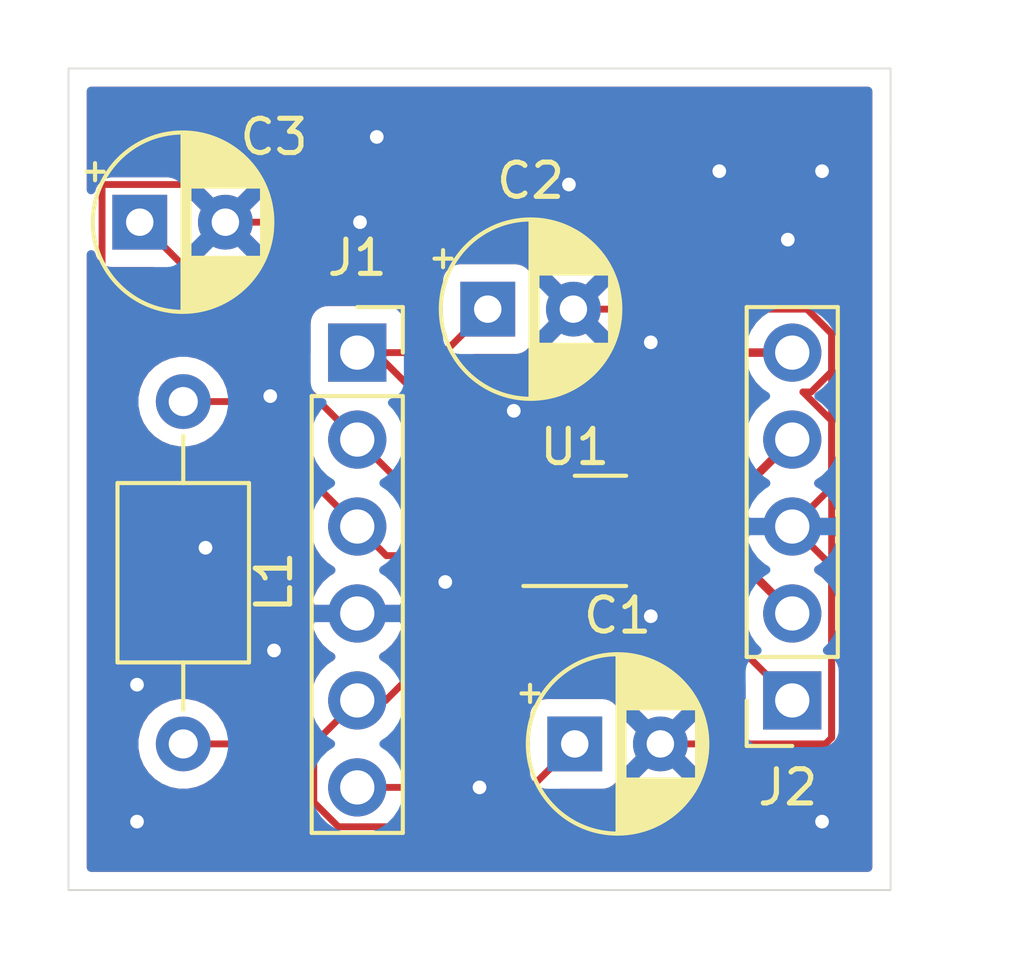
<source format=kicad_pcb>
(kicad_pcb (version 20171130) (host pcbnew "(5.1.10)-1")

  (general
    (thickness 1.6)
    (drawings 6)
    (tracks 86)
    (zones 0)
    (modules 7)
    (nets 11)
  )

  (page A)
  (title_block
    (title BoostRegulatorBreakoutPCB)
    (date 2021-09-05)
    (rev 00)
  )

  (layers
    (0 F.Cu signal)
    (31 B.Cu signal)
    (32 B.Adhes user)
    (33 F.Adhes user)
    (34 B.Paste user)
    (35 F.Paste user)
    (36 B.SilkS user)
    (37 F.SilkS user)
    (38 B.Mask user)
    (39 F.Mask user)
    (40 Dwgs.User user)
    (41 Cmts.User user)
    (42 Eco1.User user)
    (43 Eco2.User user)
    (44 Edge.Cuts user)
    (45 Margin user)
    (46 B.CrtYd user)
    (47 F.CrtYd user)
    (48 B.Fab user)
    (49 F.Fab user)
  )

  (setup
    (last_trace_width 0.2)
    (trace_clearance 0.2)
    (zone_clearance 0.508)
    (zone_45_only no)
    (trace_min 0.2)
    (via_size 0.8)
    (via_drill 0.4)
    (via_min_size 0.4)
    (via_min_drill 0.3)
    (uvia_size 0.3)
    (uvia_drill 0.1)
    (uvias_allowed no)
    (uvia_min_size 0.2)
    (uvia_min_drill 0.1)
    (edge_width 0.05)
    (segment_width 0.2)
    (pcb_text_width 0.3)
    (pcb_text_size 1.5 1.5)
    (mod_edge_width 0.12)
    (mod_text_size 1 1)
    (mod_text_width 0.15)
    (pad_size 1.524 1.524)
    (pad_drill 0.762)
    (pad_to_mask_clearance 0)
    (aux_axis_origin 0 0)
    (visible_elements 7FFFFFFF)
    (pcbplotparams
      (layerselection 0x010fc_ffffffff)
      (usegerberextensions false)
      (usegerberattributes true)
      (usegerberadvancedattributes true)
      (creategerberjobfile true)
      (excludeedgelayer true)
      (linewidth 0.100000)
      (plotframeref false)
      (viasonmask false)
      (mode 1)
      (useauxorigin false)
      (hpglpennumber 1)
      (hpglpenspeed 20)
      (hpglpendiameter 15.000000)
      (psnegative false)
      (psa4output false)
      (plotreference true)
      (plotvalue true)
      (plotinvisibletext false)
      (padsonsilk false)
      (subtractmaskfromsilk false)
      (outputformat 1)
      (mirror false)
      (drillshape 0)
      (scaleselection 1)
      (outputdirectory "BoostRegulatorBreakoutPCB_gerber/"))
  )

  (net 0 "")
  (net 1 "Net-(J1-Pad6)")
  (net 2 "Net-(J1-Pad3)")
  (net 3 "Net-(J2-Pad2)")
  (net 4 "Net-(J2-Pad1)")
  (net 5 "Net-(J2-Pad5)")
  (net 6 "Net-(J2-Pad4)")
  (net 7 GND)
  (net 8 "Net-(C1-Pad1)")
  (net 9 "Net-(C2-Pad1)")
  (net 10 "Net-(C3-Pad1)")

  (net_class Default "This is the default net class."
    (clearance 0.2)
    (trace_width 0.2)
    (via_dia 0.8)
    (via_drill 0.4)
    (uvia_dia 0.3)
    (uvia_drill 0.1)
    (add_net GND)
    (add_net "Net-(C1-Pad1)")
    (add_net "Net-(C2-Pad1)")
    (add_net "Net-(C3-Pad1)")
    (add_net "Net-(J1-Pad3)")
    (add_net "Net-(J1-Pad6)")
    (add_net "Net-(J2-Pad1)")
    (add_net "Net-(J2-Pad2)")
    (add_net "Net-(J2-Pad4)")
    (add_net "Net-(J2-Pad5)")
  )

  (module BoostRegulatorBreakoutPCB:DFN-10-1EP_3x3mm_P0.5mm_EP1.7x2.5mm_HandSolder (layer F.Cu) (tedit 613A6763) (tstamp 613AF71F)
    (at 144.78 119.507)
    (descr "DFN, 10 Pin (https://www.monolithicpower.com/pub/media/document/MPQ2483_r1.05.pdf), generated with kicad-footprint-generator ipc_noLead_generator.py")
    (tags "DFN NoLead")
    (path /613964E2)
    (attr smd)
    (fp_text reference U1 (at 0 -2.45) (layer F.SilkS)
      (effects (font (size 1 1) (thickness 0.15)))
    )
    (fp_text value TPS61201DRCT (at 0 2.45) (layer F.Fab)
      (effects (font (size 1 1) (thickness 0.15)))
    )
    (fp_line (start 0 -1.61) (end 1.5 -1.61) (layer F.SilkS) (width 0.12))
    (fp_line (start -1.5 1.61) (end 1.5 1.61) (layer F.SilkS) (width 0.12))
    (fp_line (start -0.75 -1.5) (end 1.5 -1.5) (layer F.Fab) (width 0.1))
    (fp_line (start 1.5 -1.5) (end 1.5 1.5) (layer F.Fab) (width 0.1))
    (fp_line (start 1.5 1.5) (end -1.5 1.5) (layer F.Fab) (width 0.1))
    (fp_line (start -1.5 1.5) (end -1.5 -0.75) (layer F.Fab) (width 0.1))
    (fp_line (start -1.5 -0.75) (end -0.75 -1.5) (layer F.Fab) (width 0.1))
    (fp_line (start -2.12 -1.75) (end -2.12 1.75) (layer F.CrtYd) (width 0.05))
    (fp_line (start -2.12 1.75) (end 2.12 1.75) (layer F.CrtYd) (width 0.05))
    (fp_line (start 2.12 1.75) (end 2.12 -1.75) (layer F.CrtYd) (width 0.05))
    (fp_line (start 2.12 -1.75) (end -2.12 -1.75) (layer F.CrtYd) (width 0.05))
    (fp_text user %R (at 0 0) (layer F.Fab)
      (effects (font (size 0.75 0.75) (thickness 0.11)))
    )
    (pad "" smd roundrect (at 0.425 0.625) (size 0.69 1.01) (layers F.Paste) (roundrect_rratio 0.25))
    (pad "" smd roundrect (at 0.425 -0.625) (size 0.69 1.01) (layers F.Paste) (roundrect_rratio 0.25))
    (pad "" smd roundrect (at -0.425 0.625) (size 0.69 1.01) (layers F.Paste) (roundrect_rratio 0.25))
    (pad "" smd roundrect (at -0.425 -0.625) (size 0.69 1.01) (layers F.Paste) (roundrect_rratio 0.25))
    (pad 11 smd rect (at 0 0) (size 1.7 2.5) (layers F.Cu F.Mask)
      (net 5 "Net-(J2-Pad5)"))
    (pad 10 smd roundrect (at 1.65 -1) (size 1.2 0.25) (layers F.Cu F.Paste F.Mask) (roundrect_rratio 0.25)
      (net 6 "Net-(J2-Pad4)"))
    (pad 9 smd roundrect (at 1.65 -0.5) (size 1.2 0.25) (layers F.Cu F.Paste F.Mask) (roundrect_rratio 0.25)
      (net 7 GND))
    (pad 8 smd roundrect (at 1.65 0) (size 1.2 0.25) (layers F.Cu F.Paste F.Mask) (roundrect_rratio 0.25)
      (net 3 "Net-(J2-Pad2)"))
    (pad 7 smd roundrect (at 1.65 0.5) (size 1.2 0.25) (layers F.Cu F.Paste F.Mask) (roundrect_rratio 0.25)
      (net 4 "Net-(J2-Pad1)"))
    (pad 6 smd roundrect (at 1.65 1) (size 1.2 0.25) (layers F.Cu F.Paste F.Mask) (roundrect_rratio 0.25)
      (net 1 "Net-(J1-Pad6)"))
    (pad 5 smd roundrect (at -1.65 1) (size 1.2 0.25) (layers F.Cu F.Paste F.Mask) (roundrect_rratio 0.25)
      (net 8 "Net-(C1-Pad1)"))
    (pad 4 smd roundrect (at -1.65 0.5) (size 1.2 0.25) (layers F.Cu F.Paste F.Mask) (roundrect_rratio 0.25)
      (net 7 GND))
    (pad 3 smd roundrect (at -1.65 0) (size 1.2 0.25) (layers F.Cu F.Paste F.Mask) (roundrect_rratio 0.25)
      (net 2 "Net-(J1-Pad3)"))
    (pad 2 smd roundrect (at -1.65 -0.5) (size 1.2 0.25) (layers F.Cu F.Paste F.Mask) (roundrect_rratio 0.25)
      (net 10 "Net-(C3-Pad1)"))
    (pad 1 smd roundrect (at -1.65 -1) (size 1.2 0.25) (layers F.Cu F.Paste F.Mask) (roundrect_rratio 0.25)
      (net 9 "Net-(C2-Pad1)"))
    (model ${KISYS3DMOD}/Package_DFN_QFN.3dshapes/DFN-10-1EP_3x3mm_P0.5mm_EP1.7x2.5mm.wrl
      (at (xyz 0 0 0))
      (scale (xyz 1 1 1))
      (rotate (xyz 0 0 0))
    )
  )

  (module Inductor_THT:L_Axial_L5.0mm_D3.6mm_P10.00mm_Horizontal_Murata_BL01RN1A2A2 (layer F.Cu) (tedit 5BC67E52) (tstamp 61390756)
    (at 133.35 125.73 90)
    (descr "Inductor, Murata BL01RN1A2A2, Axial, Horizontal, pin pitch=10.00mm, length*diameter=5*3.6mm, https://www.murata.com/en-global/products/productdetail?partno=BL01RN1A2A2%23")
    (tags "inductor axial horizontal")
    (path /6138EE62)
    (fp_text reference L1 (at 4.73 2.65 90) (layer F.SilkS)
      (effects (font (size 1 1) (thickness 0.15)))
    )
    (fp_text value "2.2 u" (at 5 3 90) (layer F.Fab)
      (effects (font (size 1 1) (thickness 0.15)))
    )
    (fp_line (start 11.05 -2.05) (end -1.05 -2.05) (layer F.CrtYd) (width 0.05))
    (fp_line (start 11.05 2.05) (end 11.05 -2.05) (layer F.CrtYd) (width 0.05))
    (fp_line (start -1.05 2.05) (end 11.05 2.05) (layer F.CrtYd) (width 0.05))
    (fp_line (start -1.05 -2.05) (end -1.05 2.05) (layer F.CrtYd) (width 0.05))
    (fp_line (start 9 0) (end 7.62 0) (layer F.SilkS) (width 0.12))
    (fp_line (start 1 0) (end 2.38 0) (layer F.SilkS) (width 0.12))
    (fp_line (start 7.62 -1.92) (end 2.38 -1.92) (layer F.SilkS) (width 0.12))
    (fp_line (start 7.62 1.92) (end 7.62 -1.92) (layer F.SilkS) (width 0.12))
    (fp_line (start 2.38 1.92) (end 7.62 1.92) (layer F.SilkS) (width 0.12))
    (fp_line (start 2.38 -1.92) (end 2.38 1.92) (layer F.SilkS) (width 0.12))
    (fp_line (start 10 0) (end 7.5 0) (layer F.Fab) (width 0.1))
    (fp_line (start 0 0) (end 2.5 0) (layer F.Fab) (width 0.1))
    (fp_line (start 7.5 -1.8) (end 2.5 -1.8) (layer F.Fab) (width 0.1))
    (fp_line (start 7.5 1.8) (end 7.5 -1.8) (layer F.Fab) (width 0.1))
    (fp_line (start 2.5 1.8) (end 7.5 1.8) (layer F.Fab) (width 0.1))
    (fp_line (start 2.5 -1.8) (end 2.5 1.8) (layer F.Fab) (width 0.1))
    (fp_text user %R (at 5 0 90) (layer F.Fab)
      (effects (font (size 1 1) (thickness 0.15)))
    )
    (pad 2 thru_hole oval (at 10 0 90) (size 1.6 1.6) (drill 0.85) (layers *.Cu *.Mask)
      (net 2 "Net-(J1-Pad3)"))
    (pad 1 thru_hole circle (at 0 0 90) (size 1.6 1.6) (drill 0.85) (layers *.Cu *.Mask)
      (net 8 "Net-(C1-Pad1)"))
    (model ${KISYS3DMOD}/Inductor_THT.3dshapes/L_Axial_L5.0mm_D3.6mm_P10.00mm_Horizontal_Murata_BL01RN1A2A2.wrl
      (at (xyz 0 0 0))
      (scale (xyz 1 1 1))
      (rotate (xyz 0 0 0))
    )
  )

  (module Capacitor_THT:CP_Radial_D5.0mm_P2.50mm (layer F.Cu) (tedit 5AE50EF0) (tstamp 613906DD)
    (at 132.08 110.49)
    (descr "CP, Radial series, Radial, pin pitch=2.50mm, , diameter=5mm, Electrolytic Capacitor")
    (tags "CP Radial series Radial pin pitch 2.50mm  diameter 5mm Electrolytic Capacitor")
    (path /6139B33A)
    (fp_text reference C3 (at 3.92 -2.49) (layer F.SilkS)
      (effects (font (size 1 1) (thickness 0.15)))
    )
    (fp_text value "10 u" (at 1.25 3.75) (layer F.Fab)
      (effects (font (size 1 1) (thickness 0.15)))
    )
    (fp_line (start -1.304775 -1.725) (end -1.304775 -1.225) (layer F.SilkS) (width 0.12))
    (fp_line (start -1.554775 -1.475) (end -1.054775 -1.475) (layer F.SilkS) (width 0.12))
    (fp_line (start 3.851 -0.284) (end 3.851 0.284) (layer F.SilkS) (width 0.12))
    (fp_line (start 3.811 -0.518) (end 3.811 0.518) (layer F.SilkS) (width 0.12))
    (fp_line (start 3.771 -0.677) (end 3.771 0.677) (layer F.SilkS) (width 0.12))
    (fp_line (start 3.731 -0.805) (end 3.731 0.805) (layer F.SilkS) (width 0.12))
    (fp_line (start 3.691 -0.915) (end 3.691 0.915) (layer F.SilkS) (width 0.12))
    (fp_line (start 3.651 -1.011) (end 3.651 1.011) (layer F.SilkS) (width 0.12))
    (fp_line (start 3.611 -1.098) (end 3.611 1.098) (layer F.SilkS) (width 0.12))
    (fp_line (start 3.571 -1.178) (end 3.571 1.178) (layer F.SilkS) (width 0.12))
    (fp_line (start 3.531 1.04) (end 3.531 1.251) (layer F.SilkS) (width 0.12))
    (fp_line (start 3.531 -1.251) (end 3.531 -1.04) (layer F.SilkS) (width 0.12))
    (fp_line (start 3.491 1.04) (end 3.491 1.319) (layer F.SilkS) (width 0.12))
    (fp_line (start 3.491 -1.319) (end 3.491 -1.04) (layer F.SilkS) (width 0.12))
    (fp_line (start 3.451 1.04) (end 3.451 1.383) (layer F.SilkS) (width 0.12))
    (fp_line (start 3.451 -1.383) (end 3.451 -1.04) (layer F.SilkS) (width 0.12))
    (fp_line (start 3.411 1.04) (end 3.411 1.443) (layer F.SilkS) (width 0.12))
    (fp_line (start 3.411 -1.443) (end 3.411 -1.04) (layer F.SilkS) (width 0.12))
    (fp_line (start 3.371 1.04) (end 3.371 1.5) (layer F.SilkS) (width 0.12))
    (fp_line (start 3.371 -1.5) (end 3.371 -1.04) (layer F.SilkS) (width 0.12))
    (fp_line (start 3.331 1.04) (end 3.331 1.554) (layer F.SilkS) (width 0.12))
    (fp_line (start 3.331 -1.554) (end 3.331 -1.04) (layer F.SilkS) (width 0.12))
    (fp_line (start 3.291 1.04) (end 3.291 1.605) (layer F.SilkS) (width 0.12))
    (fp_line (start 3.291 -1.605) (end 3.291 -1.04) (layer F.SilkS) (width 0.12))
    (fp_line (start 3.251 1.04) (end 3.251 1.653) (layer F.SilkS) (width 0.12))
    (fp_line (start 3.251 -1.653) (end 3.251 -1.04) (layer F.SilkS) (width 0.12))
    (fp_line (start 3.211 1.04) (end 3.211 1.699) (layer F.SilkS) (width 0.12))
    (fp_line (start 3.211 -1.699) (end 3.211 -1.04) (layer F.SilkS) (width 0.12))
    (fp_line (start 3.171 1.04) (end 3.171 1.743) (layer F.SilkS) (width 0.12))
    (fp_line (start 3.171 -1.743) (end 3.171 -1.04) (layer F.SilkS) (width 0.12))
    (fp_line (start 3.131 1.04) (end 3.131 1.785) (layer F.SilkS) (width 0.12))
    (fp_line (start 3.131 -1.785) (end 3.131 -1.04) (layer F.SilkS) (width 0.12))
    (fp_line (start 3.091 1.04) (end 3.091 1.826) (layer F.SilkS) (width 0.12))
    (fp_line (start 3.091 -1.826) (end 3.091 -1.04) (layer F.SilkS) (width 0.12))
    (fp_line (start 3.051 1.04) (end 3.051 1.864) (layer F.SilkS) (width 0.12))
    (fp_line (start 3.051 -1.864) (end 3.051 -1.04) (layer F.SilkS) (width 0.12))
    (fp_line (start 3.011 1.04) (end 3.011 1.901) (layer F.SilkS) (width 0.12))
    (fp_line (start 3.011 -1.901) (end 3.011 -1.04) (layer F.SilkS) (width 0.12))
    (fp_line (start 2.971 1.04) (end 2.971 1.937) (layer F.SilkS) (width 0.12))
    (fp_line (start 2.971 -1.937) (end 2.971 -1.04) (layer F.SilkS) (width 0.12))
    (fp_line (start 2.931 1.04) (end 2.931 1.971) (layer F.SilkS) (width 0.12))
    (fp_line (start 2.931 -1.971) (end 2.931 -1.04) (layer F.SilkS) (width 0.12))
    (fp_line (start 2.891 1.04) (end 2.891 2.004) (layer F.SilkS) (width 0.12))
    (fp_line (start 2.891 -2.004) (end 2.891 -1.04) (layer F.SilkS) (width 0.12))
    (fp_line (start 2.851 1.04) (end 2.851 2.035) (layer F.SilkS) (width 0.12))
    (fp_line (start 2.851 -2.035) (end 2.851 -1.04) (layer F.SilkS) (width 0.12))
    (fp_line (start 2.811 1.04) (end 2.811 2.065) (layer F.SilkS) (width 0.12))
    (fp_line (start 2.811 -2.065) (end 2.811 -1.04) (layer F.SilkS) (width 0.12))
    (fp_line (start 2.771 1.04) (end 2.771 2.095) (layer F.SilkS) (width 0.12))
    (fp_line (start 2.771 -2.095) (end 2.771 -1.04) (layer F.SilkS) (width 0.12))
    (fp_line (start 2.731 1.04) (end 2.731 2.122) (layer F.SilkS) (width 0.12))
    (fp_line (start 2.731 -2.122) (end 2.731 -1.04) (layer F.SilkS) (width 0.12))
    (fp_line (start 2.691 1.04) (end 2.691 2.149) (layer F.SilkS) (width 0.12))
    (fp_line (start 2.691 -2.149) (end 2.691 -1.04) (layer F.SilkS) (width 0.12))
    (fp_line (start 2.651 1.04) (end 2.651 2.175) (layer F.SilkS) (width 0.12))
    (fp_line (start 2.651 -2.175) (end 2.651 -1.04) (layer F.SilkS) (width 0.12))
    (fp_line (start 2.611 1.04) (end 2.611 2.2) (layer F.SilkS) (width 0.12))
    (fp_line (start 2.611 -2.2) (end 2.611 -1.04) (layer F.SilkS) (width 0.12))
    (fp_line (start 2.571 1.04) (end 2.571 2.224) (layer F.SilkS) (width 0.12))
    (fp_line (start 2.571 -2.224) (end 2.571 -1.04) (layer F.SilkS) (width 0.12))
    (fp_line (start 2.531 1.04) (end 2.531 2.247) (layer F.SilkS) (width 0.12))
    (fp_line (start 2.531 -2.247) (end 2.531 -1.04) (layer F.SilkS) (width 0.12))
    (fp_line (start 2.491 1.04) (end 2.491 2.268) (layer F.SilkS) (width 0.12))
    (fp_line (start 2.491 -2.268) (end 2.491 -1.04) (layer F.SilkS) (width 0.12))
    (fp_line (start 2.451 1.04) (end 2.451 2.29) (layer F.SilkS) (width 0.12))
    (fp_line (start 2.451 -2.29) (end 2.451 -1.04) (layer F.SilkS) (width 0.12))
    (fp_line (start 2.411 1.04) (end 2.411 2.31) (layer F.SilkS) (width 0.12))
    (fp_line (start 2.411 -2.31) (end 2.411 -1.04) (layer F.SilkS) (width 0.12))
    (fp_line (start 2.371 1.04) (end 2.371 2.329) (layer F.SilkS) (width 0.12))
    (fp_line (start 2.371 -2.329) (end 2.371 -1.04) (layer F.SilkS) (width 0.12))
    (fp_line (start 2.331 1.04) (end 2.331 2.348) (layer F.SilkS) (width 0.12))
    (fp_line (start 2.331 -2.348) (end 2.331 -1.04) (layer F.SilkS) (width 0.12))
    (fp_line (start 2.291 1.04) (end 2.291 2.365) (layer F.SilkS) (width 0.12))
    (fp_line (start 2.291 -2.365) (end 2.291 -1.04) (layer F.SilkS) (width 0.12))
    (fp_line (start 2.251 1.04) (end 2.251 2.382) (layer F.SilkS) (width 0.12))
    (fp_line (start 2.251 -2.382) (end 2.251 -1.04) (layer F.SilkS) (width 0.12))
    (fp_line (start 2.211 1.04) (end 2.211 2.398) (layer F.SilkS) (width 0.12))
    (fp_line (start 2.211 -2.398) (end 2.211 -1.04) (layer F.SilkS) (width 0.12))
    (fp_line (start 2.171 1.04) (end 2.171 2.414) (layer F.SilkS) (width 0.12))
    (fp_line (start 2.171 -2.414) (end 2.171 -1.04) (layer F.SilkS) (width 0.12))
    (fp_line (start 2.131 1.04) (end 2.131 2.428) (layer F.SilkS) (width 0.12))
    (fp_line (start 2.131 -2.428) (end 2.131 -1.04) (layer F.SilkS) (width 0.12))
    (fp_line (start 2.091 1.04) (end 2.091 2.442) (layer F.SilkS) (width 0.12))
    (fp_line (start 2.091 -2.442) (end 2.091 -1.04) (layer F.SilkS) (width 0.12))
    (fp_line (start 2.051 1.04) (end 2.051 2.455) (layer F.SilkS) (width 0.12))
    (fp_line (start 2.051 -2.455) (end 2.051 -1.04) (layer F.SilkS) (width 0.12))
    (fp_line (start 2.011 1.04) (end 2.011 2.468) (layer F.SilkS) (width 0.12))
    (fp_line (start 2.011 -2.468) (end 2.011 -1.04) (layer F.SilkS) (width 0.12))
    (fp_line (start 1.971 1.04) (end 1.971 2.48) (layer F.SilkS) (width 0.12))
    (fp_line (start 1.971 -2.48) (end 1.971 -1.04) (layer F.SilkS) (width 0.12))
    (fp_line (start 1.93 1.04) (end 1.93 2.491) (layer F.SilkS) (width 0.12))
    (fp_line (start 1.93 -2.491) (end 1.93 -1.04) (layer F.SilkS) (width 0.12))
    (fp_line (start 1.89 1.04) (end 1.89 2.501) (layer F.SilkS) (width 0.12))
    (fp_line (start 1.89 -2.501) (end 1.89 -1.04) (layer F.SilkS) (width 0.12))
    (fp_line (start 1.85 1.04) (end 1.85 2.511) (layer F.SilkS) (width 0.12))
    (fp_line (start 1.85 -2.511) (end 1.85 -1.04) (layer F.SilkS) (width 0.12))
    (fp_line (start 1.81 1.04) (end 1.81 2.52) (layer F.SilkS) (width 0.12))
    (fp_line (start 1.81 -2.52) (end 1.81 -1.04) (layer F.SilkS) (width 0.12))
    (fp_line (start 1.77 1.04) (end 1.77 2.528) (layer F.SilkS) (width 0.12))
    (fp_line (start 1.77 -2.528) (end 1.77 -1.04) (layer F.SilkS) (width 0.12))
    (fp_line (start 1.73 1.04) (end 1.73 2.536) (layer F.SilkS) (width 0.12))
    (fp_line (start 1.73 -2.536) (end 1.73 -1.04) (layer F.SilkS) (width 0.12))
    (fp_line (start 1.69 1.04) (end 1.69 2.543) (layer F.SilkS) (width 0.12))
    (fp_line (start 1.69 -2.543) (end 1.69 -1.04) (layer F.SilkS) (width 0.12))
    (fp_line (start 1.65 1.04) (end 1.65 2.55) (layer F.SilkS) (width 0.12))
    (fp_line (start 1.65 -2.55) (end 1.65 -1.04) (layer F.SilkS) (width 0.12))
    (fp_line (start 1.61 1.04) (end 1.61 2.556) (layer F.SilkS) (width 0.12))
    (fp_line (start 1.61 -2.556) (end 1.61 -1.04) (layer F.SilkS) (width 0.12))
    (fp_line (start 1.57 1.04) (end 1.57 2.561) (layer F.SilkS) (width 0.12))
    (fp_line (start 1.57 -2.561) (end 1.57 -1.04) (layer F.SilkS) (width 0.12))
    (fp_line (start 1.53 1.04) (end 1.53 2.565) (layer F.SilkS) (width 0.12))
    (fp_line (start 1.53 -2.565) (end 1.53 -1.04) (layer F.SilkS) (width 0.12))
    (fp_line (start 1.49 1.04) (end 1.49 2.569) (layer F.SilkS) (width 0.12))
    (fp_line (start 1.49 -2.569) (end 1.49 -1.04) (layer F.SilkS) (width 0.12))
    (fp_line (start 1.45 -2.573) (end 1.45 2.573) (layer F.SilkS) (width 0.12))
    (fp_line (start 1.41 -2.576) (end 1.41 2.576) (layer F.SilkS) (width 0.12))
    (fp_line (start 1.37 -2.578) (end 1.37 2.578) (layer F.SilkS) (width 0.12))
    (fp_line (start 1.33 -2.579) (end 1.33 2.579) (layer F.SilkS) (width 0.12))
    (fp_line (start 1.29 -2.58) (end 1.29 2.58) (layer F.SilkS) (width 0.12))
    (fp_line (start 1.25 -2.58) (end 1.25 2.58) (layer F.SilkS) (width 0.12))
    (fp_line (start -0.633605 -1.3375) (end -0.633605 -0.8375) (layer F.Fab) (width 0.1))
    (fp_line (start -0.883605 -1.0875) (end -0.383605 -1.0875) (layer F.Fab) (width 0.1))
    (fp_circle (center 1.25 0) (end 4 0) (layer F.CrtYd) (width 0.05))
    (fp_circle (center 1.25 0) (end 3.87 0) (layer F.SilkS) (width 0.12))
    (fp_circle (center 1.25 0) (end 3.75 0) (layer F.Fab) (width 0.1))
    (fp_text user %R (at 1.25 0) (layer F.Fab)
      (effects (font (size 1 1) (thickness 0.15)))
    )
    (pad 2 thru_hole circle (at 2.5 0) (size 1.6 1.6) (drill 0.8) (layers *.Cu *.Mask)
      (net 7 GND))
    (pad 1 thru_hole rect (at 0 0) (size 1.6 1.6) (drill 0.8) (layers *.Cu *.Mask)
      (net 10 "Net-(C3-Pad1)"))
    (model ${KISYS3DMOD}/Capacitor_THT.3dshapes/CP_Radial_D5.0mm_P2.50mm.wrl
      (at (xyz 0 0 0))
      (scale (xyz 1 1 1))
      (rotate (xyz 0 0 0))
    )
  )

  (module Capacitor_THT:CP_Radial_D5.0mm_P2.50mm (layer F.Cu) (tedit 5AE50EF0) (tstamp 61390659)
    (at 142.24 113.03)
    (descr "CP, Radial series, Radial, pin pitch=2.50mm, , diameter=5mm, Electrolytic Capacitor")
    (tags "CP Radial series Radial pin pitch 2.50mm  diameter 5mm Electrolytic Capacitor")
    (path /61395BE3)
    (fp_text reference C2 (at 1.25 -3.75) (layer F.SilkS)
      (effects (font (size 1 1) (thickness 0.15)))
    )
    (fp_text value ".1 u" (at 1.25 3.75) (layer F.Fab)
      (effects (font (size 1 1) (thickness 0.15)))
    )
    (fp_line (start -1.304775 -1.725) (end -1.304775 -1.225) (layer F.SilkS) (width 0.12))
    (fp_line (start -1.554775 -1.475) (end -1.054775 -1.475) (layer F.SilkS) (width 0.12))
    (fp_line (start 3.851 -0.284) (end 3.851 0.284) (layer F.SilkS) (width 0.12))
    (fp_line (start 3.811 -0.518) (end 3.811 0.518) (layer F.SilkS) (width 0.12))
    (fp_line (start 3.771 -0.677) (end 3.771 0.677) (layer F.SilkS) (width 0.12))
    (fp_line (start 3.731 -0.805) (end 3.731 0.805) (layer F.SilkS) (width 0.12))
    (fp_line (start 3.691 -0.915) (end 3.691 0.915) (layer F.SilkS) (width 0.12))
    (fp_line (start 3.651 -1.011) (end 3.651 1.011) (layer F.SilkS) (width 0.12))
    (fp_line (start 3.611 -1.098) (end 3.611 1.098) (layer F.SilkS) (width 0.12))
    (fp_line (start 3.571 -1.178) (end 3.571 1.178) (layer F.SilkS) (width 0.12))
    (fp_line (start 3.531 1.04) (end 3.531 1.251) (layer F.SilkS) (width 0.12))
    (fp_line (start 3.531 -1.251) (end 3.531 -1.04) (layer F.SilkS) (width 0.12))
    (fp_line (start 3.491 1.04) (end 3.491 1.319) (layer F.SilkS) (width 0.12))
    (fp_line (start 3.491 -1.319) (end 3.491 -1.04) (layer F.SilkS) (width 0.12))
    (fp_line (start 3.451 1.04) (end 3.451 1.383) (layer F.SilkS) (width 0.12))
    (fp_line (start 3.451 -1.383) (end 3.451 -1.04) (layer F.SilkS) (width 0.12))
    (fp_line (start 3.411 1.04) (end 3.411 1.443) (layer F.SilkS) (width 0.12))
    (fp_line (start 3.411 -1.443) (end 3.411 -1.04) (layer F.SilkS) (width 0.12))
    (fp_line (start 3.371 1.04) (end 3.371 1.5) (layer F.SilkS) (width 0.12))
    (fp_line (start 3.371 -1.5) (end 3.371 -1.04) (layer F.SilkS) (width 0.12))
    (fp_line (start 3.331 1.04) (end 3.331 1.554) (layer F.SilkS) (width 0.12))
    (fp_line (start 3.331 -1.554) (end 3.331 -1.04) (layer F.SilkS) (width 0.12))
    (fp_line (start 3.291 1.04) (end 3.291 1.605) (layer F.SilkS) (width 0.12))
    (fp_line (start 3.291 -1.605) (end 3.291 -1.04) (layer F.SilkS) (width 0.12))
    (fp_line (start 3.251 1.04) (end 3.251 1.653) (layer F.SilkS) (width 0.12))
    (fp_line (start 3.251 -1.653) (end 3.251 -1.04) (layer F.SilkS) (width 0.12))
    (fp_line (start 3.211 1.04) (end 3.211 1.699) (layer F.SilkS) (width 0.12))
    (fp_line (start 3.211 -1.699) (end 3.211 -1.04) (layer F.SilkS) (width 0.12))
    (fp_line (start 3.171 1.04) (end 3.171 1.743) (layer F.SilkS) (width 0.12))
    (fp_line (start 3.171 -1.743) (end 3.171 -1.04) (layer F.SilkS) (width 0.12))
    (fp_line (start 3.131 1.04) (end 3.131 1.785) (layer F.SilkS) (width 0.12))
    (fp_line (start 3.131 -1.785) (end 3.131 -1.04) (layer F.SilkS) (width 0.12))
    (fp_line (start 3.091 1.04) (end 3.091 1.826) (layer F.SilkS) (width 0.12))
    (fp_line (start 3.091 -1.826) (end 3.091 -1.04) (layer F.SilkS) (width 0.12))
    (fp_line (start 3.051 1.04) (end 3.051 1.864) (layer F.SilkS) (width 0.12))
    (fp_line (start 3.051 -1.864) (end 3.051 -1.04) (layer F.SilkS) (width 0.12))
    (fp_line (start 3.011 1.04) (end 3.011 1.901) (layer F.SilkS) (width 0.12))
    (fp_line (start 3.011 -1.901) (end 3.011 -1.04) (layer F.SilkS) (width 0.12))
    (fp_line (start 2.971 1.04) (end 2.971 1.937) (layer F.SilkS) (width 0.12))
    (fp_line (start 2.971 -1.937) (end 2.971 -1.04) (layer F.SilkS) (width 0.12))
    (fp_line (start 2.931 1.04) (end 2.931 1.971) (layer F.SilkS) (width 0.12))
    (fp_line (start 2.931 -1.971) (end 2.931 -1.04) (layer F.SilkS) (width 0.12))
    (fp_line (start 2.891 1.04) (end 2.891 2.004) (layer F.SilkS) (width 0.12))
    (fp_line (start 2.891 -2.004) (end 2.891 -1.04) (layer F.SilkS) (width 0.12))
    (fp_line (start 2.851 1.04) (end 2.851 2.035) (layer F.SilkS) (width 0.12))
    (fp_line (start 2.851 -2.035) (end 2.851 -1.04) (layer F.SilkS) (width 0.12))
    (fp_line (start 2.811 1.04) (end 2.811 2.065) (layer F.SilkS) (width 0.12))
    (fp_line (start 2.811 -2.065) (end 2.811 -1.04) (layer F.SilkS) (width 0.12))
    (fp_line (start 2.771 1.04) (end 2.771 2.095) (layer F.SilkS) (width 0.12))
    (fp_line (start 2.771 -2.095) (end 2.771 -1.04) (layer F.SilkS) (width 0.12))
    (fp_line (start 2.731 1.04) (end 2.731 2.122) (layer F.SilkS) (width 0.12))
    (fp_line (start 2.731 -2.122) (end 2.731 -1.04) (layer F.SilkS) (width 0.12))
    (fp_line (start 2.691 1.04) (end 2.691 2.149) (layer F.SilkS) (width 0.12))
    (fp_line (start 2.691 -2.149) (end 2.691 -1.04) (layer F.SilkS) (width 0.12))
    (fp_line (start 2.651 1.04) (end 2.651 2.175) (layer F.SilkS) (width 0.12))
    (fp_line (start 2.651 -2.175) (end 2.651 -1.04) (layer F.SilkS) (width 0.12))
    (fp_line (start 2.611 1.04) (end 2.611 2.2) (layer F.SilkS) (width 0.12))
    (fp_line (start 2.611 -2.2) (end 2.611 -1.04) (layer F.SilkS) (width 0.12))
    (fp_line (start 2.571 1.04) (end 2.571 2.224) (layer F.SilkS) (width 0.12))
    (fp_line (start 2.571 -2.224) (end 2.571 -1.04) (layer F.SilkS) (width 0.12))
    (fp_line (start 2.531 1.04) (end 2.531 2.247) (layer F.SilkS) (width 0.12))
    (fp_line (start 2.531 -2.247) (end 2.531 -1.04) (layer F.SilkS) (width 0.12))
    (fp_line (start 2.491 1.04) (end 2.491 2.268) (layer F.SilkS) (width 0.12))
    (fp_line (start 2.491 -2.268) (end 2.491 -1.04) (layer F.SilkS) (width 0.12))
    (fp_line (start 2.451 1.04) (end 2.451 2.29) (layer F.SilkS) (width 0.12))
    (fp_line (start 2.451 -2.29) (end 2.451 -1.04) (layer F.SilkS) (width 0.12))
    (fp_line (start 2.411 1.04) (end 2.411 2.31) (layer F.SilkS) (width 0.12))
    (fp_line (start 2.411 -2.31) (end 2.411 -1.04) (layer F.SilkS) (width 0.12))
    (fp_line (start 2.371 1.04) (end 2.371 2.329) (layer F.SilkS) (width 0.12))
    (fp_line (start 2.371 -2.329) (end 2.371 -1.04) (layer F.SilkS) (width 0.12))
    (fp_line (start 2.331 1.04) (end 2.331 2.348) (layer F.SilkS) (width 0.12))
    (fp_line (start 2.331 -2.348) (end 2.331 -1.04) (layer F.SilkS) (width 0.12))
    (fp_line (start 2.291 1.04) (end 2.291 2.365) (layer F.SilkS) (width 0.12))
    (fp_line (start 2.291 -2.365) (end 2.291 -1.04) (layer F.SilkS) (width 0.12))
    (fp_line (start 2.251 1.04) (end 2.251 2.382) (layer F.SilkS) (width 0.12))
    (fp_line (start 2.251 -2.382) (end 2.251 -1.04) (layer F.SilkS) (width 0.12))
    (fp_line (start 2.211 1.04) (end 2.211 2.398) (layer F.SilkS) (width 0.12))
    (fp_line (start 2.211 -2.398) (end 2.211 -1.04) (layer F.SilkS) (width 0.12))
    (fp_line (start 2.171 1.04) (end 2.171 2.414) (layer F.SilkS) (width 0.12))
    (fp_line (start 2.171 -2.414) (end 2.171 -1.04) (layer F.SilkS) (width 0.12))
    (fp_line (start 2.131 1.04) (end 2.131 2.428) (layer F.SilkS) (width 0.12))
    (fp_line (start 2.131 -2.428) (end 2.131 -1.04) (layer F.SilkS) (width 0.12))
    (fp_line (start 2.091 1.04) (end 2.091 2.442) (layer F.SilkS) (width 0.12))
    (fp_line (start 2.091 -2.442) (end 2.091 -1.04) (layer F.SilkS) (width 0.12))
    (fp_line (start 2.051 1.04) (end 2.051 2.455) (layer F.SilkS) (width 0.12))
    (fp_line (start 2.051 -2.455) (end 2.051 -1.04) (layer F.SilkS) (width 0.12))
    (fp_line (start 2.011 1.04) (end 2.011 2.468) (layer F.SilkS) (width 0.12))
    (fp_line (start 2.011 -2.468) (end 2.011 -1.04) (layer F.SilkS) (width 0.12))
    (fp_line (start 1.971 1.04) (end 1.971 2.48) (layer F.SilkS) (width 0.12))
    (fp_line (start 1.971 -2.48) (end 1.971 -1.04) (layer F.SilkS) (width 0.12))
    (fp_line (start 1.93 1.04) (end 1.93 2.491) (layer F.SilkS) (width 0.12))
    (fp_line (start 1.93 -2.491) (end 1.93 -1.04) (layer F.SilkS) (width 0.12))
    (fp_line (start 1.89 1.04) (end 1.89 2.501) (layer F.SilkS) (width 0.12))
    (fp_line (start 1.89 -2.501) (end 1.89 -1.04) (layer F.SilkS) (width 0.12))
    (fp_line (start 1.85 1.04) (end 1.85 2.511) (layer F.SilkS) (width 0.12))
    (fp_line (start 1.85 -2.511) (end 1.85 -1.04) (layer F.SilkS) (width 0.12))
    (fp_line (start 1.81 1.04) (end 1.81 2.52) (layer F.SilkS) (width 0.12))
    (fp_line (start 1.81 -2.52) (end 1.81 -1.04) (layer F.SilkS) (width 0.12))
    (fp_line (start 1.77 1.04) (end 1.77 2.528) (layer F.SilkS) (width 0.12))
    (fp_line (start 1.77 -2.528) (end 1.77 -1.04) (layer F.SilkS) (width 0.12))
    (fp_line (start 1.73 1.04) (end 1.73 2.536) (layer F.SilkS) (width 0.12))
    (fp_line (start 1.73 -2.536) (end 1.73 -1.04) (layer F.SilkS) (width 0.12))
    (fp_line (start 1.69 1.04) (end 1.69 2.543) (layer F.SilkS) (width 0.12))
    (fp_line (start 1.69 -2.543) (end 1.69 -1.04) (layer F.SilkS) (width 0.12))
    (fp_line (start 1.65 1.04) (end 1.65 2.55) (layer F.SilkS) (width 0.12))
    (fp_line (start 1.65 -2.55) (end 1.65 -1.04) (layer F.SilkS) (width 0.12))
    (fp_line (start 1.61 1.04) (end 1.61 2.556) (layer F.SilkS) (width 0.12))
    (fp_line (start 1.61 -2.556) (end 1.61 -1.04) (layer F.SilkS) (width 0.12))
    (fp_line (start 1.57 1.04) (end 1.57 2.561) (layer F.SilkS) (width 0.12))
    (fp_line (start 1.57 -2.561) (end 1.57 -1.04) (layer F.SilkS) (width 0.12))
    (fp_line (start 1.53 1.04) (end 1.53 2.565) (layer F.SilkS) (width 0.12))
    (fp_line (start 1.53 -2.565) (end 1.53 -1.04) (layer F.SilkS) (width 0.12))
    (fp_line (start 1.49 1.04) (end 1.49 2.569) (layer F.SilkS) (width 0.12))
    (fp_line (start 1.49 -2.569) (end 1.49 -1.04) (layer F.SilkS) (width 0.12))
    (fp_line (start 1.45 -2.573) (end 1.45 2.573) (layer F.SilkS) (width 0.12))
    (fp_line (start 1.41 -2.576) (end 1.41 2.576) (layer F.SilkS) (width 0.12))
    (fp_line (start 1.37 -2.578) (end 1.37 2.578) (layer F.SilkS) (width 0.12))
    (fp_line (start 1.33 -2.579) (end 1.33 2.579) (layer F.SilkS) (width 0.12))
    (fp_line (start 1.29 -2.58) (end 1.29 2.58) (layer F.SilkS) (width 0.12))
    (fp_line (start 1.25 -2.58) (end 1.25 2.58) (layer F.SilkS) (width 0.12))
    (fp_line (start -0.633605 -1.3375) (end -0.633605 -0.8375) (layer F.Fab) (width 0.1))
    (fp_line (start -0.883605 -1.0875) (end -0.383605 -1.0875) (layer F.Fab) (width 0.1))
    (fp_circle (center 1.25 0) (end 4 0) (layer F.CrtYd) (width 0.05))
    (fp_circle (center 1.25 0) (end 3.87 0) (layer F.SilkS) (width 0.12))
    (fp_circle (center 1.25 0) (end 3.75 0) (layer F.Fab) (width 0.1))
    (fp_text user %R (at 1.25 0) (layer F.Fab)
      (effects (font (size 1 1) (thickness 0.15)))
    )
    (pad 2 thru_hole circle (at 2.5 0) (size 1.6 1.6) (drill 0.8) (layers *.Cu *.Mask)
      (net 7 GND))
    (pad 1 thru_hole rect (at 0 0) (size 1.6 1.6) (drill 0.8) (layers *.Cu *.Mask)
      (net 9 "Net-(C2-Pad1)"))
    (model ${KISYS3DMOD}/Capacitor_THT.3dshapes/CP_Radial_D5.0mm_P2.50mm.wrl
      (at (xyz 0 0 0))
      (scale (xyz 1 1 1))
      (rotate (xyz 0 0 0))
    )
  )

  (module Capacitor_THT:CP_Radial_D5.0mm_P2.50mm (layer F.Cu) (tedit 5AE50EF0) (tstamp 613905D5)
    (at 144.78 125.73)
    (descr "CP, Radial series, Radial, pin pitch=2.50mm, , diameter=5mm, Electrolytic Capacitor")
    (tags "CP Radial series Radial pin pitch 2.50mm  diameter 5mm Electrolytic Capacitor")
    (path /6139316E)
    (fp_text reference C1 (at 1.25 -3.75) (layer F.SilkS)
      (effects (font (size 1 1) (thickness 0.15)))
    )
    (fp_text value "10 u" (at 1.25 3.75) (layer F.Fab)
      (effects (font (size 1 1) (thickness 0.15)))
    )
    (fp_line (start -1.304775 -1.725) (end -1.304775 -1.225) (layer F.SilkS) (width 0.12))
    (fp_line (start -1.554775 -1.475) (end -1.054775 -1.475) (layer F.SilkS) (width 0.12))
    (fp_line (start 3.851 -0.284) (end 3.851 0.284) (layer F.SilkS) (width 0.12))
    (fp_line (start 3.811 -0.518) (end 3.811 0.518) (layer F.SilkS) (width 0.12))
    (fp_line (start 3.771 -0.677) (end 3.771 0.677) (layer F.SilkS) (width 0.12))
    (fp_line (start 3.731 -0.805) (end 3.731 0.805) (layer F.SilkS) (width 0.12))
    (fp_line (start 3.691 -0.915) (end 3.691 0.915) (layer F.SilkS) (width 0.12))
    (fp_line (start 3.651 -1.011) (end 3.651 1.011) (layer F.SilkS) (width 0.12))
    (fp_line (start 3.611 -1.098) (end 3.611 1.098) (layer F.SilkS) (width 0.12))
    (fp_line (start 3.571 -1.178) (end 3.571 1.178) (layer F.SilkS) (width 0.12))
    (fp_line (start 3.531 1.04) (end 3.531 1.251) (layer F.SilkS) (width 0.12))
    (fp_line (start 3.531 -1.251) (end 3.531 -1.04) (layer F.SilkS) (width 0.12))
    (fp_line (start 3.491 1.04) (end 3.491 1.319) (layer F.SilkS) (width 0.12))
    (fp_line (start 3.491 -1.319) (end 3.491 -1.04) (layer F.SilkS) (width 0.12))
    (fp_line (start 3.451 1.04) (end 3.451 1.383) (layer F.SilkS) (width 0.12))
    (fp_line (start 3.451 -1.383) (end 3.451 -1.04) (layer F.SilkS) (width 0.12))
    (fp_line (start 3.411 1.04) (end 3.411 1.443) (layer F.SilkS) (width 0.12))
    (fp_line (start 3.411 -1.443) (end 3.411 -1.04) (layer F.SilkS) (width 0.12))
    (fp_line (start 3.371 1.04) (end 3.371 1.5) (layer F.SilkS) (width 0.12))
    (fp_line (start 3.371 -1.5) (end 3.371 -1.04) (layer F.SilkS) (width 0.12))
    (fp_line (start 3.331 1.04) (end 3.331 1.554) (layer F.SilkS) (width 0.12))
    (fp_line (start 3.331 -1.554) (end 3.331 -1.04) (layer F.SilkS) (width 0.12))
    (fp_line (start 3.291 1.04) (end 3.291 1.605) (layer F.SilkS) (width 0.12))
    (fp_line (start 3.291 -1.605) (end 3.291 -1.04) (layer F.SilkS) (width 0.12))
    (fp_line (start 3.251 1.04) (end 3.251 1.653) (layer F.SilkS) (width 0.12))
    (fp_line (start 3.251 -1.653) (end 3.251 -1.04) (layer F.SilkS) (width 0.12))
    (fp_line (start 3.211 1.04) (end 3.211 1.699) (layer F.SilkS) (width 0.12))
    (fp_line (start 3.211 -1.699) (end 3.211 -1.04) (layer F.SilkS) (width 0.12))
    (fp_line (start 3.171 1.04) (end 3.171 1.743) (layer F.SilkS) (width 0.12))
    (fp_line (start 3.171 -1.743) (end 3.171 -1.04) (layer F.SilkS) (width 0.12))
    (fp_line (start 3.131 1.04) (end 3.131 1.785) (layer F.SilkS) (width 0.12))
    (fp_line (start 3.131 -1.785) (end 3.131 -1.04) (layer F.SilkS) (width 0.12))
    (fp_line (start 3.091 1.04) (end 3.091 1.826) (layer F.SilkS) (width 0.12))
    (fp_line (start 3.091 -1.826) (end 3.091 -1.04) (layer F.SilkS) (width 0.12))
    (fp_line (start 3.051 1.04) (end 3.051 1.864) (layer F.SilkS) (width 0.12))
    (fp_line (start 3.051 -1.864) (end 3.051 -1.04) (layer F.SilkS) (width 0.12))
    (fp_line (start 3.011 1.04) (end 3.011 1.901) (layer F.SilkS) (width 0.12))
    (fp_line (start 3.011 -1.901) (end 3.011 -1.04) (layer F.SilkS) (width 0.12))
    (fp_line (start 2.971 1.04) (end 2.971 1.937) (layer F.SilkS) (width 0.12))
    (fp_line (start 2.971 -1.937) (end 2.971 -1.04) (layer F.SilkS) (width 0.12))
    (fp_line (start 2.931 1.04) (end 2.931 1.971) (layer F.SilkS) (width 0.12))
    (fp_line (start 2.931 -1.971) (end 2.931 -1.04) (layer F.SilkS) (width 0.12))
    (fp_line (start 2.891 1.04) (end 2.891 2.004) (layer F.SilkS) (width 0.12))
    (fp_line (start 2.891 -2.004) (end 2.891 -1.04) (layer F.SilkS) (width 0.12))
    (fp_line (start 2.851 1.04) (end 2.851 2.035) (layer F.SilkS) (width 0.12))
    (fp_line (start 2.851 -2.035) (end 2.851 -1.04) (layer F.SilkS) (width 0.12))
    (fp_line (start 2.811 1.04) (end 2.811 2.065) (layer F.SilkS) (width 0.12))
    (fp_line (start 2.811 -2.065) (end 2.811 -1.04) (layer F.SilkS) (width 0.12))
    (fp_line (start 2.771 1.04) (end 2.771 2.095) (layer F.SilkS) (width 0.12))
    (fp_line (start 2.771 -2.095) (end 2.771 -1.04) (layer F.SilkS) (width 0.12))
    (fp_line (start 2.731 1.04) (end 2.731 2.122) (layer F.SilkS) (width 0.12))
    (fp_line (start 2.731 -2.122) (end 2.731 -1.04) (layer F.SilkS) (width 0.12))
    (fp_line (start 2.691 1.04) (end 2.691 2.149) (layer F.SilkS) (width 0.12))
    (fp_line (start 2.691 -2.149) (end 2.691 -1.04) (layer F.SilkS) (width 0.12))
    (fp_line (start 2.651 1.04) (end 2.651 2.175) (layer F.SilkS) (width 0.12))
    (fp_line (start 2.651 -2.175) (end 2.651 -1.04) (layer F.SilkS) (width 0.12))
    (fp_line (start 2.611 1.04) (end 2.611 2.2) (layer F.SilkS) (width 0.12))
    (fp_line (start 2.611 -2.2) (end 2.611 -1.04) (layer F.SilkS) (width 0.12))
    (fp_line (start 2.571 1.04) (end 2.571 2.224) (layer F.SilkS) (width 0.12))
    (fp_line (start 2.571 -2.224) (end 2.571 -1.04) (layer F.SilkS) (width 0.12))
    (fp_line (start 2.531 1.04) (end 2.531 2.247) (layer F.SilkS) (width 0.12))
    (fp_line (start 2.531 -2.247) (end 2.531 -1.04) (layer F.SilkS) (width 0.12))
    (fp_line (start 2.491 1.04) (end 2.491 2.268) (layer F.SilkS) (width 0.12))
    (fp_line (start 2.491 -2.268) (end 2.491 -1.04) (layer F.SilkS) (width 0.12))
    (fp_line (start 2.451 1.04) (end 2.451 2.29) (layer F.SilkS) (width 0.12))
    (fp_line (start 2.451 -2.29) (end 2.451 -1.04) (layer F.SilkS) (width 0.12))
    (fp_line (start 2.411 1.04) (end 2.411 2.31) (layer F.SilkS) (width 0.12))
    (fp_line (start 2.411 -2.31) (end 2.411 -1.04) (layer F.SilkS) (width 0.12))
    (fp_line (start 2.371 1.04) (end 2.371 2.329) (layer F.SilkS) (width 0.12))
    (fp_line (start 2.371 -2.329) (end 2.371 -1.04) (layer F.SilkS) (width 0.12))
    (fp_line (start 2.331 1.04) (end 2.331 2.348) (layer F.SilkS) (width 0.12))
    (fp_line (start 2.331 -2.348) (end 2.331 -1.04) (layer F.SilkS) (width 0.12))
    (fp_line (start 2.291 1.04) (end 2.291 2.365) (layer F.SilkS) (width 0.12))
    (fp_line (start 2.291 -2.365) (end 2.291 -1.04) (layer F.SilkS) (width 0.12))
    (fp_line (start 2.251 1.04) (end 2.251 2.382) (layer F.SilkS) (width 0.12))
    (fp_line (start 2.251 -2.382) (end 2.251 -1.04) (layer F.SilkS) (width 0.12))
    (fp_line (start 2.211 1.04) (end 2.211 2.398) (layer F.SilkS) (width 0.12))
    (fp_line (start 2.211 -2.398) (end 2.211 -1.04) (layer F.SilkS) (width 0.12))
    (fp_line (start 2.171 1.04) (end 2.171 2.414) (layer F.SilkS) (width 0.12))
    (fp_line (start 2.171 -2.414) (end 2.171 -1.04) (layer F.SilkS) (width 0.12))
    (fp_line (start 2.131 1.04) (end 2.131 2.428) (layer F.SilkS) (width 0.12))
    (fp_line (start 2.131 -2.428) (end 2.131 -1.04) (layer F.SilkS) (width 0.12))
    (fp_line (start 2.091 1.04) (end 2.091 2.442) (layer F.SilkS) (width 0.12))
    (fp_line (start 2.091 -2.442) (end 2.091 -1.04) (layer F.SilkS) (width 0.12))
    (fp_line (start 2.051 1.04) (end 2.051 2.455) (layer F.SilkS) (width 0.12))
    (fp_line (start 2.051 -2.455) (end 2.051 -1.04) (layer F.SilkS) (width 0.12))
    (fp_line (start 2.011 1.04) (end 2.011 2.468) (layer F.SilkS) (width 0.12))
    (fp_line (start 2.011 -2.468) (end 2.011 -1.04) (layer F.SilkS) (width 0.12))
    (fp_line (start 1.971 1.04) (end 1.971 2.48) (layer F.SilkS) (width 0.12))
    (fp_line (start 1.971 -2.48) (end 1.971 -1.04) (layer F.SilkS) (width 0.12))
    (fp_line (start 1.93 1.04) (end 1.93 2.491) (layer F.SilkS) (width 0.12))
    (fp_line (start 1.93 -2.491) (end 1.93 -1.04) (layer F.SilkS) (width 0.12))
    (fp_line (start 1.89 1.04) (end 1.89 2.501) (layer F.SilkS) (width 0.12))
    (fp_line (start 1.89 -2.501) (end 1.89 -1.04) (layer F.SilkS) (width 0.12))
    (fp_line (start 1.85 1.04) (end 1.85 2.511) (layer F.SilkS) (width 0.12))
    (fp_line (start 1.85 -2.511) (end 1.85 -1.04) (layer F.SilkS) (width 0.12))
    (fp_line (start 1.81 1.04) (end 1.81 2.52) (layer F.SilkS) (width 0.12))
    (fp_line (start 1.81 -2.52) (end 1.81 -1.04) (layer F.SilkS) (width 0.12))
    (fp_line (start 1.77 1.04) (end 1.77 2.528) (layer F.SilkS) (width 0.12))
    (fp_line (start 1.77 -2.528) (end 1.77 -1.04) (layer F.SilkS) (width 0.12))
    (fp_line (start 1.73 1.04) (end 1.73 2.536) (layer F.SilkS) (width 0.12))
    (fp_line (start 1.73 -2.536) (end 1.73 -1.04) (layer F.SilkS) (width 0.12))
    (fp_line (start 1.69 1.04) (end 1.69 2.543) (layer F.SilkS) (width 0.12))
    (fp_line (start 1.69 -2.543) (end 1.69 -1.04) (layer F.SilkS) (width 0.12))
    (fp_line (start 1.65 1.04) (end 1.65 2.55) (layer F.SilkS) (width 0.12))
    (fp_line (start 1.65 -2.55) (end 1.65 -1.04) (layer F.SilkS) (width 0.12))
    (fp_line (start 1.61 1.04) (end 1.61 2.556) (layer F.SilkS) (width 0.12))
    (fp_line (start 1.61 -2.556) (end 1.61 -1.04) (layer F.SilkS) (width 0.12))
    (fp_line (start 1.57 1.04) (end 1.57 2.561) (layer F.SilkS) (width 0.12))
    (fp_line (start 1.57 -2.561) (end 1.57 -1.04) (layer F.SilkS) (width 0.12))
    (fp_line (start 1.53 1.04) (end 1.53 2.565) (layer F.SilkS) (width 0.12))
    (fp_line (start 1.53 -2.565) (end 1.53 -1.04) (layer F.SilkS) (width 0.12))
    (fp_line (start 1.49 1.04) (end 1.49 2.569) (layer F.SilkS) (width 0.12))
    (fp_line (start 1.49 -2.569) (end 1.49 -1.04) (layer F.SilkS) (width 0.12))
    (fp_line (start 1.45 -2.573) (end 1.45 2.573) (layer F.SilkS) (width 0.12))
    (fp_line (start 1.41 -2.576) (end 1.41 2.576) (layer F.SilkS) (width 0.12))
    (fp_line (start 1.37 -2.578) (end 1.37 2.578) (layer F.SilkS) (width 0.12))
    (fp_line (start 1.33 -2.579) (end 1.33 2.579) (layer F.SilkS) (width 0.12))
    (fp_line (start 1.29 -2.58) (end 1.29 2.58) (layer F.SilkS) (width 0.12))
    (fp_line (start 1.25 -2.58) (end 1.25 2.58) (layer F.SilkS) (width 0.12))
    (fp_line (start -0.633605 -1.3375) (end -0.633605 -0.8375) (layer F.Fab) (width 0.1))
    (fp_line (start -0.883605 -1.0875) (end -0.383605 -1.0875) (layer F.Fab) (width 0.1))
    (fp_circle (center 1.25 0) (end 4 0) (layer F.CrtYd) (width 0.05))
    (fp_circle (center 1.25 0) (end 3.87 0) (layer F.SilkS) (width 0.12))
    (fp_circle (center 1.25 0) (end 3.75 0) (layer F.Fab) (width 0.1))
    (fp_text user %R (at 1.25 0) (layer F.Fab)
      (effects (font (size 1 1) (thickness 0.15)))
    )
    (pad 2 thru_hole circle (at 2.5 0) (size 1.6 1.6) (drill 0.8) (layers *.Cu *.Mask)
      (net 7 GND))
    (pad 1 thru_hole rect (at 0 0) (size 1.6 1.6) (drill 0.8) (layers *.Cu *.Mask)
      (net 8 "Net-(C1-Pad1)"))
    (model ${KISYS3DMOD}/Capacitor_THT.3dshapes/CP_Radial_D5.0mm_P2.50mm.wrl
      (at (xyz 0 0 0))
      (scale (xyz 1 1 1))
      (rotate (xyz 0 0 0))
    )
  )

  (module Connector_PinSocket_2.54mm:PinSocket_1x06_P2.54mm_Vertical (layer F.Cu) (tedit 5A19A430) (tstamp 61357B33)
    (at 138.43 114.3)
    (descr "Through hole straight socket strip, 1x06, 2.54mm pitch, single row (from Kicad 4.0.7), script generated")
    (tags "Through hole socket strip THT 1x06 2.54mm single row")
    (path /6136AEDE)
    (fp_text reference J1 (at 0 -2.77) (layer F.SilkS)
      (effects (font (size 1 1) (thickness 0.15)))
    )
    (fp_text value Conn_01x06_Male (at 0 15.47) (layer F.Fab)
      (effects (font (size 1 1) (thickness 0.15)))
    )
    (fp_line (start -1.27 -1.27) (end 0.635 -1.27) (layer F.Fab) (width 0.1))
    (fp_line (start 0.635 -1.27) (end 1.27 -0.635) (layer F.Fab) (width 0.1))
    (fp_line (start 1.27 -0.635) (end 1.27 13.97) (layer F.Fab) (width 0.1))
    (fp_line (start 1.27 13.97) (end -1.27 13.97) (layer F.Fab) (width 0.1))
    (fp_line (start -1.27 13.97) (end -1.27 -1.27) (layer F.Fab) (width 0.1))
    (fp_line (start -1.33 1.27) (end 1.33 1.27) (layer F.SilkS) (width 0.12))
    (fp_line (start -1.33 1.27) (end -1.33 14.03) (layer F.SilkS) (width 0.12))
    (fp_line (start -1.33 14.03) (end 1.33 14.03) (layer F.SilkS) (width 0.12))
    (fp_line (start 1.33 1.27) (end 1.33 14.03) (layer F.SilkS) (width 0.12))
    (fp_line (start 1.33 -1.33) (end 1.33 0) (layer F.SilkS) (width 0.12))
    (fp_line (start 0 -1.33) (end 1.33 -1.33) (layer F.SilkS) (width 0.12))
    (fp_line (start -1.8 -1.8) (end 1.75 -1.8) (layer F.CrtYd) (width 0.05))
    (fp_line (start 1.75 -1.8) (end 1.75 14.45) (layer F.CrtYd) (width 0.05))
    (fp_line (start 1.75 14.45) (end -1.8 14.45) (layer F.CrtYd) (width 0.05))
    (fp_line (start -1.8 14.45) (end -1.8 -1.8) (layer F.CrtYd) (width 0.05))
    (fp_text user %R (at 0 6.35 90) (layer F.Fab)
      (effects (font (size 1 1) (thickness 0.15)))
    )
    (pad 6 thru_hole oval (at 0 12.7) (size 1.7 1.7) (drill 1) (layers *.Cu *.Mask)
      (net 1 "Net-(J1-Pad6)"))
    (pad 5 thru_hole oval (at 0 10.16) (size 1.7 1.7) (drill 1) (layers *.Cu *.Mask)
      (net 8 "Net-(C1-Pad1)"))
    (pad 4 thru_hole oval (at 0 7.62) (size 1.7 1.7) (drill 1) (layers *.Cu *.Mask)
      (net 7 GND))
    (pad 3 thru_hole oval (at 0 5.08) (size 1.7 1.7) (drill 1) (layers *.Cu *.Mask)
      (net 2 "Net-(J1-Pad3)"))
    (pad 2 thru_hole oval (at 0 2.54) (size 1.7 1.7) (drill 1) (layers *.Cu *.Mask)
      (net 10 "Net-(C3-Pad1)"))
    (pad 1 thru_hole rect (at 0 0) (size 1.7 1.7) (drill 1) (layers *.Cu *.Mask)
      (net 9 "Net-(C2-Pad1)"))
    (model ${KISYS3DMOD}/Connector_PinSocket_2.54mm.3dshapes/PinSocket_1x06_P2.54mm_Vertical.wrl
      (at (xyz 0 0 0))
      (scale (xyz 1 1 1))
      (rotate (xyz 0 0 0))
    )
  )

  (module Connector_PinSocket_2.54mm:PinSocket_1x05_P2.54mm_Vertical (layer F.Cu) (tedit 5A19A420) (tstamp 61357B4C)
    (at 151.13 124.46 180)
    (descr "Through hole straight socket strip, 1x05, 2.54mm pitch, single row (from Kicad 4.0.7), script generated")
    (tags "Through hole socket strip THT 1x05 2.54mm single row")
    (path /61369942)
    (fp_text reference J2 (at 0.13 -2.54) (layer F.SilkS)
      (effects (font (size 1 1) (thickness 0.15)))
    )
    (fp_text value Conn_01x05_Male (at 0 12.93) (layer F.Fab)
      (effects (font (size 1 1) (thickness 0.15)))
    )
    (fp_line (start -1.27 -1.27) (end 0.635 -1.27) (layer F.Fab) (width 0.1))
    (fp_line (start 0.635 -1.27) (end 1.27 -0.635) (layer F.Fab) (width 0.1))
    (fp_line (start 1.27 -0.635) (end 1.27 11.43) (layer F.Fab) (width 0.1))
    (fp_line (start 1.27 11.43) (end -1.27 11.43) (layer F.Fab) (width 0.1))
    (fp_line (start -1.27 11.43) (end -1.27 -1.27) (layer F.Fab) (width 0.1))
    (fp_line (start -1.33 1.27) (end 1.33 1.27) (layer F.SilkS) (width 0.12))
    (fp_line (start -1.33 1.27) (end -1.33 11.49) (layer F.SilkS) (width 0.12))
    (fp_line (start -1.33 11.49) (end 1.33 11.49) (layer F.SilkS) (width 0.12))
    (fp_line (start 1.33 1.27) (end 1.33 11.49) (layer F.SilkS) (width 0.12))
    (fp_line (start 1.33 -1.33) (end 1.33 0) (layer F.SilkS) (width 0.12))
    (fp_line (start 0 -1.33) (end 1.33 -1.33) (layer F.SilkS) (width 0.12))
    (fp_line (start -1.8 -1.8) (end 1.75 -1.8) (layer F.CrtYd) (width 0.05))
    (fp_line (start 1.75 -1.8) (end 1.75 11.9) (layer F.CrtYd) (width 0.05))
    (fp_line (start 1.75 11.9) (end -1.8 11.9) (layer F.CrtYd) (width 0.05))
    (fp_line (start -1.8 11.9) (end -1.8 -1.8) (layer F.CrtYd) (width 0.05))
    (fp_text user %R (at 0 5.08 90) (layer F.Fab)
      (effects (font (size 1 1) (thickness 0.15)))
    )
    (pad 5 thru_hole oval (at 0 10.16 180) (size 1.7 1.7) (drill 1) (layers *.Cu *.Mask)
      (net 5 "Net-(J2-Pad5)"))
    (pad 4 thru_hole oval (at 0 7.62 180) (size 1.7 1.7) (drill 1) (layers *.Cu *.Mask)
      (net 6 "Net-(J2-Pad4)"))
    (pad 3 thru_hole oval (at 0 5.08 180) (size 1.7 1.7) (drill 1) (layers *.Cu *.Mask)
      (net 7 GND))
    (pad 2 thru_hole oval (at 0 2.54 180) (size 1.7 1.7) (drill 1) (layers *.Cu *.Mask)
      (net 3 "Net-(J2-Pad2)"))
    (pad 1 thru_hole rect (at 0 0 180) (size 1.7 1.7) (drill 1) (layers *.Cu *.Mask)
      (net 4 "Net-(J2-Pad1)"))
    (model ${KISYS3DMOD}/Connector_PinSocket_2.54mm.3dshapes/PinSocket_1x05_P2.54mm_Vertical.wrl
      (at (xyz 0 0 0))
      (scale (xyz 1 1 1))
      (rotate (xyz 0 0 0))
    )
  )

  (gr_line (start 130 106) (end 130 130) (layer Edge.Cuts) (width 0.05) (tstamp 61392EF9))
  (gr_line (start 154 106) (end 130 106) (layer Edge.Cuts) (width 0.05))
  (gr_line (start 154 108) (end 154 106) (layer Edge.Cuts) (width 0.05))
  (gr_line (start 154 130) (end 154 108) (layer Edge.Cuts) (width 0.05))
  (gr_line (start 130 130) (end 154 130) (layer Edge.Cuts) (width 0.05))
  (dimension 12.7 (width 0.15) (layer Dwgs.User)
    (gr_text "12.700 mm" (at 144.78 107.920001) (layer Dwgs.User)
      (effects (font (size 1 1) (thickness 0.15)))
    )
    (feature1 (pts (xy 138.43 110.49) (xy 138.43 108.63358)))
    (feature2 (pts (xy 151.13 110.49) (xy 151.13 108.63358)))
    (crossbar (pts (xy 151.13 109.220001) (xy 138.43 109.220001)))
    (arrow1a (pts (xy 138.43 109.220001) (xy 139.556504 108.63358)))
    (arrow1b (pts (xy 138.43 109.220001) (xy 139.556504 109.806422)))
    (arrow2a (pts (xy 151.13 109.220001) (xy 150.003496 108.63358)))
    (arrow2b (pts (xy 151.13 109.220001) (xy 150.003496 109.806422)))
  )

  (segment (start 145.99 120.85) (end 145.99 120.53) (width 0.2) (layer F.Cu) (net 1))
  (segment (start 139.84 127) (end 145.99 120.85) (width 0.2) (layer F.Cu) (net 1))
  (segment (start 138.43 127) (end 139.84 127) (width 0.2) (layer F.Cu) (net 1))
  (segment (start 140.120001 120.229999) (end 140.82 119.53) (width 0.2) (layer F.Cu) (net 2))
  (segment (start 139.279999 120.229999) (end 140.120001 120.229999) (width 0.2) (layer F.Cu) (net 2))
  (segment (start 140.82 119.53) (end 143.19 119.53) (width 0.2) (layer F.Cu) (net 2))
  (segment (start 138.43 119.38) (end 139.279999 120.229999) (width 0.2) (layer F.Cu) (net 2))
  (segment (start 134.78 115.73) (end 138.43 119.38) (width 0.2) (layer F.Cu) (net 2))
  (segment (start 133.35 115.73) (end 134.78 115.73) (width 0.2) (layer F.Cu) (net 2))
  (segment (start 148.73998 119.52998) (end 145.99 119.52998) (width 0.25) (layer F.Cu) (net 3))
  (segment (start 151.13 121.92) (end 148.73998 119.52998) (width 0.25) (layer F.Cu) (net 3))
  (segment (start 146.69999 120.02999) (end 145.99 120.02999) (width 0.25) (layer F.Cu) (net 4))
  (segment (start 146.43 120.007) (end 147.82 120.007) (width 0.2) (layer F.Cu) (net 4))
  (segment (start 147.82 120.007) (end 149.225 121.412) (width 0.2) (layer F.Cu) (net 4))
  (segment (start 149.225 122.555) (end 151.13 124.46) (width 0.2) (layer F.Cu) (net 4))
  (segment (start 149.225 121.412) (end 149.225 122.555) (width 0.2) (layer F.Cu) (net 4))
  (segment (start 145.314999 118.602999) (end 144.59 119.327998) (width 0.25) (layer F.Cu) (net 5))
  (segment (start 145.314999 118.109999) (end 145.314999 118.602999) (width 0.25) (layer F.Cu) (net 5))
  (segment (start 144.59 119.327998) (end 144.59 119.53) (width 0.25) (layer F.Cu) (net 5))
  (segment (start 149.124998 114.3) (end 145.314999 118.109999) (width 0.25) (layer F.Cu) (net 5))
  (segment (start 151.13 114.3) (end 149.124998 114.3) (width 0.25) (layer F.Cu) (net 5))
  (segment (start 149.44004 118.52996) (end 145.99 118.52996) (width 0.25) (layer F.Cu) (net 6))
  (segment (start 151.13 116.84) (end 149.44004 118.52996) (width 0.25) (layer F.Cu) (net 6))
  (segment (start 142.729998 120.03) (end 143.19 120.03) (width 0.2) (layer F.Cu) (net 7))
  (segment (start 138.43 121.92) (end 140.839998 121.92) (width 0.2) (layer F.Cu) (net 7))
  (segment (start 148.94709 119.02997) (end 145.99 119.02997) (width 0.25) (layer F.Cu) (net 7))
  (segment (start 149.29712 119.38) (end 148.94709 119.02997) (width 0.25) (layer F.Cu) (net 7))
  (segment (start 151.13 119.38) (end 149.29712 119.38) (width 0.25) (layer F.Cu) (net 7))
  (segment (start 142.2 110.49) (end 144.74 113.03) (width 0.2) (layer F.Cu) (net 7))
  (segment (start 134.58 110.49) (end 138.51 110.49) (width 0.2) (layer F.Cu) (net 7))
  (segment (start 151.442003 115.450001) (end 152.280001 116.287999) (width 0.2) (layer F.Cu) (net 7))
  (segment (start 151.682001 115.450001) (end 151.442003 115.450001) (width 0.2) (layer F.Cu) (net 7))
  (segment (start 152.280001 116.287999) (end 152.280001 118.229999) (width 0.2) (layer F.Cu) (net 7))
  (segment (start 152.280001 113.747999) (end 152.280001 114.852001) (width 0.2) (layer F.Cu) (net 7))
  (segment (start 152.280001 114.852001) (end 151.682001 115.450001) (width 0.2) (layer F.Cu) (net 7))
  (segment (start 151.562002 113.03) (end 152.280001 113.747999) (width 0.2) (layer F.Cu) (net 7))
  (segment (start 152.280001 118.229999) (end 151.13 119.38) (width 0.2) (layer F.Cu) (net 7))
  (segment (start 144.74 113.03) (end 151.562002 113.03) (width 0.2) (layer F.Cu) (net 7))
  (segment (start 152.280001 125.550001) (end 152.280001 120.530001) (width 0.2) (layer F.Cu) (net 7))
  (segment (start 152.280001 120.530001) (end 151.13 119.38) (width 0.2) (layer F.Cu) (net 7))
  (segment (start 137.227919 121.92) (end 138.43 121.92) (width 0.2) (layer F.Cu) (net 7))
  (segment (start 130.979999 115.67208) (end 137.227919 121.92) (width 0.2) (layer F.Cu) (net 7))
  (segment (start 130.979999 109.449999) (end 130.979999 115.67208) (width 0.2) (layer F.Cu) (net 7))
  (segment (start 131.039999 109.389999) (end 130.979999 109.449999) (width 0.2) (layer F.Cu) (net 7))
  (segment (start 147.922001 109.389999) (end 144.610001 109.389999) (width 0.2) (layer F.Cu) (net 7))
  (segment (start 152.280001 113.747999) (end 147.922001 109.389999) (width 0.2) (layer F.Cu) (net 7))
  (segment (start 152.280001 125.550001) (end 152.280001 113.747999) (width 0.2) (layer F.Cu) (net 7))
  (segment (start 152.100002 125.73) (end 152.280001 125.550001) (width 0.2) (layer F.Cu) (net 7))
  (segment (start 147.28 125.73) (end 152.100002 125.73) (width 0.2) (layer F.Cu) (net 7))
  (via (at 149 109) (size 0.8) (drill 0.4) (layers F.Cu B.Cu) (net 7))
  (segment (start 144.610001 109.389999) (end 131.039999 109.389999) (width 0.2) (layer F.Cu) (net 7) (tstamp 6139307B))
  (via (at 144.610001 109.389999) (size 0.8) (drill 0.4) (layers F.Cu B.Cu) (net 7))
  (segment (start 138.51 110.49) (end 142.2 110.49) (width 0.2) (layer F.Cu) (net 7) (tstamp 6139307D))
  (via (at 138.51 110.49) (size 0.8) (drill 0.4) (layers F.Cu B.Cu) (net 7))
  (via (at 134 120) (size 0.8) (drill 0.4) (layers F.Cu B.Cu) (net 7))
  (via (at 132 128) (size 0.8) (drill 0.4) (layers F.Cu B.Cu) (net 7))
  (via (at 152 128) (size 0.8) (drill 0.4) (layers F.Cu B.Cu) (net 7))
  (via (at 147 114) (size 0.8) (drill 0.4) (layers F.Cu B.Cu) (net 7))
  (via (at 152 109) (size 0.8) (drill 0.4) (layers F.Cu B.Cu) (net 7))
  (via (at 139 108) (size 0.8) (drill 0.4) (layers F.Cu B.Cu) (net 7))
  (via (at 143 116) (size 0.8) (drill 0.4) (layers F.Cu B.Cu) (net 7))
  (via (at 147 122) (size 0.8) (drill 0.4) (layers F.Cu B.Cu) (net 7))
  (via (at 142 127) (size 0.8) (drill 0.4) (layers F.Cu B.Cu) (net 7))
  (via (at 136 123) (size 0.8) (drill 0.4) (layers F.Cu B.Cu) (net 7))
  (via (at 141 121) (size 0.8) (drill 0.4) (layers F.Cu B.Cu) (net 7))
  (via (at 132 124) (size 0.8) (drill 0.4) (layers F.Cu B.Cu) (net 7))
  (via (at 151 111) (size 0.8) (drill 0.4) (layers F.Cu B.Cu) (net 7))
  (segment (start 141.605 120.396) (end 141.605 120.65) (width 0.2) (layer F.Cu) (net 7))
  (segment (start 143.13 120.007) (end 141.994 120.007) (width 0.2) (layer F.Cu) (net 7))
  (segment (start 141.994 120.007) (end 141.605 120.396) (width 0.2) (layer F.Cu) (net 7))
  (via (at 135.89 115.57) (size 0.8) (drill 0.4) (layers F.Cu B.Cu) (net 7))
  (segment (start 139.26 124.46) (end 143.19 120.53) (width 0.2) (layer F.Cu) (net 8))
  (segment (start 138.43 124.46) (end 139.26 124.46) (width 0.2) (layer F.Cu) (net 8))
  (segment (start 137.16 125.73) (end 138.43 124.46) (width 0.2) (layer F.Cu) (net 8))
  (segment (start 133.35 125.73) (end 137.16 125.73) (width 0.2) (layer F.Cu) (net 8))
  (segment (start 137.16 127.432002) (end 137.16 125.73) (width 0.2) (layer F.Cu) (net 8))
  (segment (start 137.877999 128.150001) (end 137.16 127.432002) (width 0.2) (layer F.Cu) (net 8))
  (segment (start 142.359999 128.150001) (end 137.877999 128.150001) (width 0.2) (layer F.Cu) (net 8))
  (segment (start 144.78 125.73) (end 142.359999 128.150001) (width 0.2) (layer F.Cu) (net 8))
  (segment (start 138.96 114.3) (end 143.19 118.53) (width 0.2) (layer F.Cu) (net 9))
  (segment (start 138.43 114.3) (end 138.96 114.3) (width 0.2) (layer F.Cu) (net 9))
  (segment (start 140.97 114.3) (end 142.24 113.03) (width 0.2) (layer F.Cu) (net 9))
  (segment (start 138.43 114.3) (end 140.97 114.3) (width 0.2) (layer F.Cu) (net 9))
  (segment (start 140.62 119.03) (end 143.19 119.03) (width 0.2) (layer F.Cu) (net 10))
  (segment (start 138.43 116.84) (end 140.62 119.03) (width 0.2) (layer F.Cu) (net 10))
  (segment (start 132.08 110.49) (end 138.43 116.84) (width 0.2) (layer F.Cu) (net 10))

  (zone (net 7) (net_name GND) (layer F.Cu) (tstamp 613AFFD8) (hatch edge 0.508)
    (connect_pads (clearance 0.508))
    (min_thickness 0.254)
    (fill yes (arc_segments 32) (thermal_gap 0.508) (thermal_bridge_width 0.508))
    (polygon
      (pts
        (xy 156 131) (xy 129 131) (xy 129 105) (xy 156 105)
      )
    )
    (filled_polygon
      (pts
        (xy 153.34 108.032418) (xy 153.340001 108.032428) (xy 153.34 129.34) (xy 130.66 129.34) (xy 130.66 111.433642)
        (xy 130.690498 111.53418) (xy 130.749463 111.644494) (xy 130.828815 111.741185) (xy 130.925506 111.820537) (xy 131.03582 111.879502)
        (xy 131.155518 111.915812) (xy 131.28 111.928072) (xy 132.478626 111.928072) (xy 136.994656 116.444103) (xy 136.945 116.69374)
        (xy 136.945 116.855554) (xy 135.325259 115.235813) (xy 135.302238 115.207762) (xy 135.19032 115.115913) (xy 135.062633 115.047663)
        (xy 134.924085 115.005635) (xy 134.816105 114.995) (xy 134.78 114.991444) (xy 134.743895 114.995) (xy 134.584748 114.995)
        (xy 134.464637 114.815241) (xy 134.264759 114.615363) (xy 134.029727 114.45832) (xy 133.768574 114.350147) (xy 133.491335 114.295)
        (xy 133.208665 114.295) (xy 132.931426 114.350147) (xy 132.670273 114.45832) (xy 132.435241 114.615363) (xy 132.235363 114.815241)
        (xy 132.07832 115.050273) (xy 131.970147 115.311426) (xy 131.915 115.588665) (xy 131.915 115.871335) (xy 131.970147 116.148574)
        (xy 132.07832 116.409727) (xy 132.235363 116.644759) (xy 132.435241 116.844637) (xy 132.670273 117.00168) (xy 132.931426 117.109853)
        (xy 133.208665 117.165) (xy 133.491335 117.165) (xy 133.768574 117.109853) (xy 134.029727 117.00168) (xy 134.264759 116.844637)
        (xy 134.464637 116.644759) (xy 134.541011 116.530457) (xy 136.994656 118.984103) (xy 136.945 119.23374) (xy 136.945 119.52626)
        (xy 137.002068 119.813158) (xy 137.11401 120.083411) (xy 137.276525 120.326632) (xy 137.483368 120.533475) (xy 137.665534 120.655195)
        (xy 137.548645 120.724822) (xy 137.332412 120.919731) (xy 137.158359 121.15308) (xy 137.033175 121.415901) (xy 136.988524 121.56311)
        (xy 137.109845 121.793) (xy 138.303 121.793) (xy 138.303 121.773) (xy 138.557 121.773) (xy 138.557 121.793)
        (xy 139.750155 121.793) (xy 139.871476 121.56311) (xy 139.826825 121.415901) (xy 139.701641 121.15308) (xy 139.561353 120.964999)
        (xy 140.083896 120.964999) (xy 140.120001 120.968555) (xy 140.156106 120.964999) (xy 140.264086 120.954364) (xy 140.402634 120.912336)
        (xy 140.530321 120.844086) (xy 140.642239 120.752237) (xy 140.665259 120.724187) (xy 141.124447 120.265) (xy 141.906247 120.265)
        (xy 141.906583 120.267969) (xy 141.912207 120.28535) (xy 141.905389 120.307825) (xy 141.891928 120.4445) (xy 141.891928 120.5695)
        (xy 141.905389 120.706175) (xy 141.921446 120.759107) (xy 139.375072 123.305482) (xy 139.194466 123.184805) (xy 139.311355 123.115178)
        (xy 139.527588 122.920269) (xy 139.701641 122.68692) (xy 139.826825 122.424099) (xy 139.871476 122.27689) (xy 139.750155 122.047)
        (xy 138.557 122.047) (xy 138.557 122.067) (xy 138.303 122.067) (xy 138.303 122.047) (xy 137.109845 122.047)
        (xy 136.988524 122.27689) (xy 137.033175 122.424099) (xy 137.158359 122.68692) (xy 137.332412 122.920269) (xy 137.548645 123.115178)
        (xy 137.665534 123.184805) (xy 137.483368 123.306525) (xy 137.276525 123.513368) (xy 137.11401 123.756589) (xy 137.002068 124.026842)
        (xy 136.945 124.31374) (xy 136.945 124.60626) (xy 136.994656 124.855897) (xy 136.855554 124.995) (xy 134.584748 124.995)
        (xy 134.464637 124.815241) (xy 134.264759 124.615363) (xy 134.029727 124.45832) (xy 133.768574 124.350147) (xy 133.491335 124.295)
        (xy 133.208665 124.295) (xy 132.931426 124.350147) (xy 132.670273 124.45832) (xy 132.435241 124.615363) (xy 132.235363 124.815241)
        (xy 132.07832 125.050273) (xy 131.970147 125.311426) (xy 131.915 125.588665) (xy 131.915 125.871335) (xy 131.970147 126.148574)
        (xy 132.07832 126.409727) (xy 132.235363 126.644759) (xy 132.435241 126.844637) (xy 132.670273 127.00168) (xy 132.931426 127.109853)
        (xy 133.208665 127.165) (xy 133.491335 127.165) (xy 133.768574 127.109853) (xy 134.029727 127.00168) (xy 134.264759 126.844637)
        (xy 134.464637 126.644759) (xy 134.584748 126.465) (xy 136.425001 126.465) (xy 136.425 127.395897) (xy 136.421444 127.432002)
        (xy 136.425 127.468106) (xy 136.435635 127.576086) (xy 136.477663 127.714634) (xy 136.545913 127.842321) (xy 136.637762 127.954239)
        (xy 136.665808 127.977256) (xy 137.332745 128.644194) (xy 137.355761 128.672239) (xy 137.467679 128.764088) (xy 137.595366 128.832338)
        (xy 137.733914 128.874366) (xy 137.877999 128.888557) (xy 137.914104 128.885001) (xy 142.323894 128.885001) (xy 142.359999 128.888557)
        (xy 142.396104 128.885001) (xy 142.504084 128.874366) (xy 142.642632 128.832338) (xy 142.770319 128.764088) (xy 142.882237 128.672239)
        (xy 142.905258 128.644189) (xy 144.381375 127.168072) (xy 145.58 127.168072) (xy 145.704482 127.155812) (xy 145.82418 127.119502)
        (xy 145.934494 127.060537) (xy 146.031185 126.981185) (xy 146.110537 126.884494) (xy 146.169502 126.77418) (xy 146.185117 126.722702)
        (xy 146.466903 126.722702) (xy 146.538486 126.966671) (xy 146.793996 127.087571) (xy 147.068184 127.1563) (xy 147.350512 127.170217)
        (xy 147.63013 127.128787) (xy 147.896292 127.033603) (xy 148.021514 126.966671) (xy 148.093097 126.722702) (xy 147.28 125.909605)
        (xy 146.466903 126.722702) (xy 146.185117 126.722702) (xy 146.205812 126.654482) (xy 146.218072 126.53) (xy 146.218072 126.522785)
        (xy 146.287298 126.543097) (xy 147.100395 125.73) (xy 147.459605 125.73) (xy 148.272702 126.543097) (xy 148.516671 126.471514)
        (xy 148.637571 126.216004) (xy 148.7063 125.941816) (xy 148.720217 125.659488) (xy 148.678787 125.37987) (xy 148.583603 125.113708)
        (xy 148.516671 124.988486) (xy 148.272702 124.916903) (xy 147.459605 125.73) (xy 147.100395 125.73) (xy 146.287298 124.916903)
        (xy 146.218072 124.937215) (xy 146.218072 124.93) (xy 146.205812 124.805518) (xy 146.185118 124.737298) (xy 146.466903 124.737298)
        (xy 147.28 125.550395) (xy 148.093097 124.737298) (xy 148.021514 124.493329) (xy 147.766004 124.372429) (xy 147.491816 124.3037)
        (xy 147.209488 124.289783) (xy 146.92987 124.331213) (xy 146.663708 124.426397) (xy 146.538486 124.493329) (xy 146.466903 124.737298)
        (xy 146.185118 124.737298) (xy 146.169502 124.68582) (xy 146.110537 124.575506) (xy 146.031185 124.478815) (xy 145.934494 124.399463)
        (xy 145.82418 124.340498) (xy 145.704482 124.304188) (xy 145.58 124.291928) (xy 143.98 124.291928) (xy 143.855518 124.304188)
        (xy 143.73582 124.340498) (xy 143.625506 124.399463) (xy 143.528815 124.478815) (xy 143.449463 124.575506) (xy 143.390498 124.68582)
        (xy 143.354188 124.805518) (xy 143.341928 124.93) (xy 143.341928 126.128625) (xy 142.055553 127.415001) (xy 140.464445 127.415001)
        (xy 146.484198 121.395249) (xy 146.512237 121.372238) (xy 146.53525 121.344197) (xy 146.535253 121.344194) (xy 146.596084 121.270072)
        (xy 146.9675 121.270072) (xy 147.104175 121.256611) (xy 147.235597 121.216744) (xy 147.356717 121.152004) (xy 147.462879 121.064879)
        (xy 147.550004 120.958717) (xy 147.613492 120.839939) (xy 148.49 121.716447) (xy 148.490001 122.518885) (xy 148.486444 122.555)
        (xy 148.500635 122.699085) (xy 148.542664 122.837633) (xy 148.610914 122.96532) (xy 148.702763 123.077238) (xy 148.730808 123.100254)
        (xy 149.641928 124.011374) (xy 149.641928 125.31) (xy 149.654188 125.434482) (xy 149.690498 125.55418) (xy 149.749463 125.664494)
        (xy 149.828815 125.761185) (xy 149.925506 125.840537) (xy 150.03582 125.899502) (xy 150.155518 125.935812) (xy 150.28 125.948072)
        (xy 151.98 125.948072) (xy 152.104482 125.935812) (xy 152.22418 125.899502) (xy 152.334494 125.840537) (xy 152.431185 125.761185)
        (xy 152.510537 125.664494) (xy 152.569502 125.55418) (xy 152.605812 125.434482) (xy 152.618072 125.31) (xy 152.618072 123.61)
        (xy 152.605812 123.485518) (xy 152.569502 123.36582) (xy 152.510537 123.255506) (xy 152.431185 123.158815) (xy 152.334494 123.079463)
        (xy 152.22418 123.020498) (xy 152.15162 122.998487) (xy 152.283475 122.866632) (xy 152.44599 122.623411) (xy 152.557932 122.353158)
        (xy 152.615 122.06626) (xy 152.615 121.77374) (xy 152.557932 121.486842) (xy 152.44599 121.216589) (xy 152.283475 120.973368)
        (xy 152.076632 120.766525) (xy 151.894466 120.644805) (xy 152.011355 120.575178) (xy 152.227588 120.380269) (xy 152.401641 120.14692)
        (xy 152.526825 119.884099) (xy 152.571476 119.73689) (xy 152.450155 119.507) (xy 151.257 119.507) (xy 151.257 119.527)
        (xy 151.003 119.527) (xy 151.003 119.507) (xy 150.983 119.507) (xy 150.983 119.253) (xy 151.003 119.253)
        (xy 151.003 119.233) (xy 151.257 119.233) (xy 151.257 119.253) (xy 152.450155 119.253) (xy 152.571476 119.02311)
        (xy 152.526825 118.875901) (xy 152.401641 118.61308) (xy 152.227588 118.379731) (xy 152.011355 118.184822) (xy 151.894466 118.115195)
        (xy 152.076632 117.993475) (xy 152.283475 117.786632) (xy 152.44599 117.543411) (xy 152.557932 117.273158) (xy 152.615 116.98626)
        (xy 152.615 116.69374) (xy 152.557932 116.406842) (xy 152.44599 116.136589) (xy 152.283475 115.893368) (xy 152.076632 115.686525)
        (xy 151.90224 115.57) (xy 152.076632 115.453475) (xy 152.283475 115.246632) (xy 152.44599 115.003411) (xy 152.557932 114.733158)
        (xy 152.615 114.44626) (xy 152.615 114.15374) (xy 152.557932 113.866842) (xy 152.44599 113.596589) (xy 152.283475 113.353368)
        (xy 152.076632 113.146525) (xy 151.833411 112.98401) (xy 151.563158 112.872068) (xy 151.27626 112.815) (xy 150.98374 112.815)
        (xy 150.696842 112.872068) (xy 150.426589 112.98401) (xy 150.183368 113.146525) (xy 149.976525 113.353368) (xy 149.851822 113.54)
        (xy 149.16232 113.54) (xy 149.124997 113.536324) (xy 149.087674 113.54) (xy 149.087665 113.54) (xy 148.976012 113.550997)
        (xy 148.832751 113.594454) (xy 148.700722 113.665026) (xy 148.584997 113.759999) (xy 148.561199 113.788997) (xy 144.804002 117.546195)
        (xy 144.774998 117.569998) (xy 144.734843 117.618928) (xy 143.93 117.618928) (xy 143.805518 117.631188) (xy 143.68582 117.667498)
        (xy 143.575506 117.726463) (xy 143.554225 117.743928) (xy 143.443375 117.743928) (xy 140.734446 115.035) (xy 140.933895 115.035)
        (xy 140.97 115.038556) (xy 141.006105 115.035) (xy 141.114085 115.024365) (xy 141.252633 114.982337) (xy 141.38032 114.914087)
        (xy 141.492238 114.822238) (xy 141.515258 114.794188) (xy 141.841374 114.468072) (xy 143.04 114.468072) (xy 143.164482 114.455812)
        (xy 143.28418 114.419502) (xy 143.394494 114.360537) (xy 143.491185 114.281185) (xy 143.570537 114.184494) (xy 143.629502 114.07418)
        (xy 143.645117 114.022702) (xy 143.926903 114.022702) (xy 143.998486 114.266671) (xy 144.253996 114.387571) (xy 144.528184 114.4563)
        (xy 144.810512 114.470217) (xy 145.09013 114.428787) (xy 145.356292 114.333603) (xy 145.481514 114.266671) (xy 145.553097 114.022702)
        (xy 144.74 113.209605) (xy 143.926903 114.022702) (xy 143.645117 114.022702) (xy 143.665812 113.954482) (xy 143.678072 113.83)
        (xy 143.678072 113.822785) (xy 143.747298 113.843097) (xy 144.560395 113.03) (xy 144.919605 113.03) (xy 145.732702 113.843097)
        (xy 145.976671 113.771514) (xy 146.097571 113.516004) (xy 146.1663 113.241816) (xy 146.180217 112.959488) (xy 146.138787 112.67987)
        (xy 146.043603 112.413708) (xy 145.976671 112.288486) (xy 145.732702 112.216903) (xy 144.919605 113.03) (xy 144.560395 113.03)
        (xy 143.747298 112.216903) (xy 143.678072 112.237215) (xy 143.678072 112.23) (xy 143.665812 112.105518) (xy 143.645118 112.037298)
        (xy 143.926903 112.037298) (xy 144.74 112.850395) (xy 145.553097 112.037298) (xy 145.481514 111.793329) (xy 145.226004 111.672429)
        (xy 144.951816 111.6037) (xy 144.669488 111.589783) (xy 144.38987 111.631213) (xy 144.123708 111.726397) (xy 143.998486 111.793329)
        (xy 143.926903 112.037298) (xy 143.645118 112.037298) (xy 143.629502 111.98582) (xy 143.570537 111.875506) (xy 143.491185 111.778815)
        (xy 143.394494 111.699463) (xy 143.28418 111.640498) (xy 143.164482 111.604188) (xy 143.04 111.591928) (xy 141.44 111.591928)
        (xy 141.315518 111.604188) (xy 141.19582 111.640498) (xy 141.085506 111.699463) (xy 140.988815 111.778815) (xy 140.909463 111.875506)
        (xy 140.850498 111.98582) (xy 140.814188 112.105518) (xy 140.801928 112.23) (xy 140.801928 113.428626) (xy 140.665554 113.565)
        (xy 139.918072 113.565) (xy 139.918072 113.45) (xy 139.905812 113.325518) (xy 139.869502 113.20582) (xy 139.810537 113.095506)
        (xy 139.731185 112.998815) (xy 139.634494 112.919463) (xy 139.52418 112.860498) (xy 139.404482 112.824188) (xy 139.28 112.811928)
        (xy 137.58 112.811928) (xy 137.455518 112.824188) (xy 137.33582 112.860498) (xy 137.225506 112.919463) (xy 137.128815 112.998815)
        (xy 137.049463 113.095506) (xy 136.990498 113.20582) (xy 136.954188 113.325518) (xy 136.941928 113.45) (xy 136.941928 114.312481)
        (xy 134.554953 111.925507) (xy 134.650512 111.930217) (xy 134.93013 111.888787) (xy 135.196292 111.793603) (xy 135.321514 111.726671)
        (xy 135.393097 111.482702) (xy 134.58 110.669605) (xy 134.565858 110.683748) (xy 134.386253 110.504143) (xy 134.400395 110.49)
        (xy 134.759605 110.49) (xy 135.572702 111.303097) (xy 135.816671 111.231514) (xy 135.937571 110.976004) (xy 136.0063 110.701816)
        (xy 136.020217 110.419488) (xy 135.978787 110.13987) (xy 135.883603 109.873708) (xy 135.816671 109.748486) (xy 135.572702 109.676903)
        (xy 134.759605 110.49) (xy 134.400395 110.49) (xy 133.587298 109.676903) (xy 133.518072 109.697215) (xy 133.518072 109.69)
        (xy 133.505812 109.565518) (xy 133.485118 109.497298) (xy 133.766903 109.497298) (xy 134.58 110.310395) (xy 135.393097 109.497298)
        (xy 135.321514 109.253329) (xy 135.066004 109.132429) (xy 134.791816 109.0637) (xy 134.509488 109.049783) (xy 134.22987 109.091213)
        (xy 133.963708 109.186397) (xy 133.838486 109.253329) (xy 133.766903 109.497298) (xy 133.485118 109.497298) (xy 133.469502 109.44582)
        (xy 133.410537 109.335506) (xy 133.331185 109.238815) (xy 133.234494 109.159463) (xy 133.12418 109.100498) (xy 133.004482 109.064188)
        (xy 132.88 109.051928) (xy 131.28 109.051928) (xy 131.155518 109.064188) (xy 131.03582 109.100498) (xy 130.925506 109.159463)
        (xy 130.828815 109.238815) (xy 130.749463 109.335506) (xy 130.690498 109.44582) (xy 130.66 109.546358) (xy 130.66 106.66)
        (xy 153.340001 106.66)
      )
    )
  )
  (zone (net 7) (net_name GND) (layer B.Cu) (tstamp 613AFFD5) (hatch edge 0.508)
    (connect_pads (clearance 0.508))
    (min_thickness 0.254)
    (fill yes (arc_segments 32) (thermal_gap 0.508) (thermal_bridge_width 0.508))
    (polygon
      (pts
        (xy 157 132) (xy 128 132) (xy 128 104) (xy 157 104)
      )
    )
    (filled_polygon
      (pts
        (xy 153.34 108.032418) (xy 153.340001 108.032428) (xy 153.34 129.34) (xy 130.66 129.34) (xy 130.66 125.588665)
        (xy 131.915 125.588665) (xy 131.915 125.871335) (xy 131.970147 126.148574) (xy 132.07832 126.409727) (xy 132.235363 126.644759)
        (xy 132.435241 126.844637) (xy 132.670273 127.00168) (xy 132.931426 127.109853) (xy 133.208665 127.165) (xy 133.491335 127.165)
        (xy 133.768574 127.109853) (xy 134.029727 127.00168) (xy 134.264759 126.844637) (xy 134.464637 126.644759) (xy 134.62168 126.409727)
        (xy 134.729853 126.148574) (xy 134.785 125.871335) (xy 134.785 125.588665) (xy 134.729853 125.311426) (xy 134.62168 125.050273)
        (xy 134.464637 124.815241) (xy 134.264759 124.615363) (xy 134.029727 124.45832) (xy 133.768574 124.350147) (xy 133.585547 124.31374)
        (xy 136.945 124.31374) (xy 136.945 124.60626) (xy 137.002068 124.893158) (xy 137.11401 125.163411) (xy 137.276525 125.406632)
        (xy 137.483368 125.613475) (xy 137.65776 125.73) (xy 137.483368 125.846525) (xy 137.276525 126.053368) (xy 137.11401 126.296589)
        (xy 137.002068 126.566842) (xy 136.945 126.85374) (xy 136.945 127.14626) (xy 137.002068 127.433158) (xy 137.11401 127.703411)
        (xy 137.276525 127.946632) (xy 137.483368 128.153475) (xy 137.726589 128.31599) (xy 137.996842 128.427932) (xy 138.28374 128.485)
        (xy 138.57626 128.485) (xy 138.863158 128.427932) (xy 139.133411 128.31599) (xy 139.376632 128.153475) (xy 139.583475 127.946632)
        (xy 139.74599 127.703411) (xy 139.857932 127.433158) (xy 139.915 127.14626) (xy 139.915 126.85374) (xy 139.857932 126.566842)
        (xy 139.74599 126.296589) (xy 139.583475 126.053368) (xy 139.376632 125.846525) (xy 139.20224 125.73) (xy 139.376632 125.613475)
        (xy 139.583475 125.406632) (xy 139.74599 125.163411) (xy 139.842671 124.93) (xy 143.341928 124.93) (xy 143.341928 126.53)
        (xy 143.354188 126.654482) (xy 143.390498 126.77418) (xy 143.449463 126.884494) (xy 143.528815 126.981185) (xy 143.625506 127.060537)
        (xy 143.73582 127.119502) (xy 143.855518 127.155812) (xy 143.98 127.168072) (xy 145.58 127.168072) (xy 145.704482 127.155812)
        (xy 145.82418 127.119502) (xy 145.934494 127.060537) (xy 146.031185 126.981185) (xy 146.110537 126.884494) (xy 146.169502 126.77418)
        (xy 146.185117 126.722702) (xy 146.466903 126.722702) (xy 146.538486 126.966671) (xy 146.793996 127.087571) (xy 147.068184 127.1563)
        (xy 147.350512 127.170217) (xy 147.63013 127.128787) (xy 147.896292 127.033603) (xy 148.021514 126.966671) (xy 148.093097 126.722702)
        (xy 147.28 125.909605) (xy 146.466903 126.722702) (xy 146.185117 126.722702) (xy 146.205812 126.654482) (xy 146.218072 126.53)
        (xy 146.218072 126.522785) (xy 146.287298 126.543097) (xy 147.100395 125.73) (xy 147.459605 125.73) (xy 148.272702 126.543097)
        (xy 148.516671 126.471514) (xy 148.637571 126.216004) (xy 148.7063 125.941816) (xy 148.720217 125.659488) (xy 148.678787 125.37987)
        (xy 148.583603 125.113708) (xy 148.516671 124.988486) (xy 148.272702 124.916903) (xy 147.459605 125.73) (xy 147.100395 125.73)
        (xy 146.287298 124.916903) (xy 146.218072 124.937215) (xy 146.218072 124.93) (xy 146.205812 124.805518) (xy 146.185118 124.737298)
        (xy 146.466903 124.737298) (xy 147.28 125.550395) (xy 148.093097 124.737298) (xy 148.021514 124.493329) (xy 147.766004 124.372429)
        (xy 147.491816 124.3037) (xy 147.209488 124.289783) (xy 146.92987 124.331213) (xy 146.663708 124.426397) (xy 146.538486 124.493329)
        (xy 146.466903 124.737298) (xy 146.185118 124.737298) (xy 146.169502 124.68582) (xy 146.110537 124.575506) (xy 146.031185 124.478815)
        (xy 145.934494 124.399463) (xy 145.82418 124.340498) (xy 145.704482 124.304188) (xy 145.58 124.291928) (xy 143.98 124.291928)
        (xy 143.855518 124.304188) (xy 143.73582 124.340498) (xy 143.625506 124.399463) (xy 143.528815 124.478815) (xy 143.449463 124.575506)
        (xy 143.390498 124.68582) (xy 143.354188 124.805518) (xy 143.341928 124.93) (xy 139.842671 124.93) (xy 139.857932 124.893158)
        (xy 139.915 124.60626) (xy 139.915 124.31374) (xy 139.857932 124.026842) (xy 139.74599 123.756589) (xy 139.648043 123.61)
        (xy 149.641928 123.61) (xy 149.641928 125.31) (xy 149.654188 125.434482) (xy 149.690498 125.55418) (xy 149.749463 125.664494)
        (xy 149.828815 125.761185) (xy 149.925506 125.840537) (xy 150.03582 125.899502) (xy 150.155518 125.935812) (xy 150.28 125.948072)
        (xy 151.98 125.948072) (xy 152.104482 125.935812) (xy 152.22418 125.899502) (xy 152.334494 125.840537) (xy 152.431185 125.761185)
        (xy 152.510537 125.664494) (xy 152.569502 125.55418) (xy 152.605812 125.434482) (xy 152.618072 125.31) (xy 152.618072 123.61)
        (xy 152.605812 123.485518) (xy 152.569502 123.36582) (xy 152.510537 123.255506) (xy 152.431185 123.158815) (xy 152.334494 123.079463)
        (xy 152.22418 123.020498) (xy 152.15162 122.998487) (xy 152.283475 122.866632) (xy 152.44599 122.623411) (xy 152.557932 122.353158)
        (xy 152.615 122.06626) (xy 152.615 121.77374) (xy 152.557932 121.486842) (xy 152.44599 121.216589) (xy 152.283475 120.973368)
        (xy 152.076632 120.766525) (xy 151.894466 120.644805) (xy 152.011355 120.575178) (xy 152.227588 120.380269) (xy 152.401641 120.14692)
        (xy 152.526825 119.884099) (xy 152.571476 119.73689) (xy 152.450155 119.507) (xy 151.257 119.507) (xy 151.257 119.527)
        (xy 151.003 119.527) (xy 151.003 119.507) (xy 149.809845 119.507) (xy 149.688524 119.73689) (xy 149.733175 119.884099)
        (xy 149.858359 120.14692) (xy 150.032412 120.380269) (xy 150.248645 120.575178) (xy 150.365534 120.644805) (xy 150.183368 120.766525)
        (xy 149.976525 120.973368) (xy 149.81401 121.216589) (xy 149.702068 121.486842) (xy 149.645 121.77374) (xy 149.645 122.06626)
        (xy 149.702068 122.353158) (xy 149.81401 122.623411) (xy 149.976525 122.866632) (xy 150.10838 122.998487) (xy 150.03582 123.020498)
        (xy 149.925506 123.079463) (xy 149.828815 123.158815) (xy 149.749463 123.255506) (xy 149.690498 123.36582) (xy 149.654188 123.485518)
        (xy 149.641928 123.61) (xy 139.648043 123.61) (xy 139.583475 123.513368) (xy 139.376632 123.306525) (xy 139.194466 123.184805)
        (xy 139.311355 123.115178) (xy 139.527588 122.920269) (xy 139.701641 122.68692) (xy 139.826825 122.424099) (xy 139.871476 122.27689)
        (xy 139.750155 122.047) (xy 138.557 122.047) (xy 138.557 122.067) (xy 138.303 122.067) (xy 138.303 122.047)
        (xy 137.109845 122.047) (xy 136.988524 122.27689) (xy 137.033175 122.424099) (xy 137.158359 122.68692) (xy 137.332412 122.920269)
        (xy 137.548645 123.115178) (xy 137.665534 123.184805) (xy 137.483368 123.306525) (xy 137.276525 123.513368) (xy 137.11401 123.756589)
        (xy 137.002068 124.026842) (xy 136.945 124.31374) (xy 133.585547 124.31374) (xy 133.491335 124.295) (xy 133.208665 124.295)
        (xy 132.931426 124.350147) (xy 132.670273 124.45832) (xy 132.435241 124.615363) (xy 132.235363 124.815241) (xy 132.07832 125.050273)
        (xy 131.970147 125.311426) (xy 131.915 125.588665) (xy 130.66 125.588665) (xy 130.66 115.588665) (xy 131.915 115.588665)
        (xy 131.915 115.871335) (xy 131.970147 116.148574) (xy 132.07832 116.409727) (xy 132.235363 116.644759) (xy 132.435241 116.844637)
        (xy 132.670273 117.00168) (xy 132.931426 117.109853) (xy 133.208665 117.165) (xy 133.491335 117.165) (xy 133.768574 117.109853)
        (xy 134.029727 117.00168) (xy 134.264759 116.844637) (xy 134.464637 116.644759) (xy 134.62168 116.409727) (xy 134.729853 116.148574)
        (xy 134.785 115.871335) (xy 134.785 115.588665) (xy 134.729853 115.311426) (xy 134.62168 115.050273) (xy 134.464637 114.815241)
        (xy 134.264759 114.615363) (xy 134.029727 114.45832) (xy 133.768574 114.350147) (xy 133.491335 114.295) (xy 133.208665 114.295)
        (xy 132.931426 114.350147) (xy 132.670273 114.45832) (xy 132.435241 114.615363) (xy 132.235363 114.815241) (xy 132.07832 115.050273)
        (xy 131.970147 115.311426) (xy 131.915 115.588665) (xy 130.66 115.588665) (xy 130.66 113.45) (xy 136.941928 113.45)
        (xy 136.941928 115.15) (xy 136.954188 115.274482) (xy 136.990498 115.39418) (xy 137.049463 115.504494) (xy 137.128815 115.601185)
        (xy 137.225506 115.680537) (xy 137.33582 115.739502) (xy 137.40838 115.761513) (xy 137.276525 115.893368) (xy 137.11401 116.136589)
        (xy 137.002068 116.406842) (xy 136.945 116.69374) (xy 136.945 116.98626) (xy 137.002068 117.273158) (xy 137.11401 117.543411)
        (xy 137.276525 117.786632) (xy 137.483368 117.993475) (xy 137.65776 118.11) (xy 137.483368 118.226525) (xy 137.276525 118.433368)
        (xy 137.11401 118.676589) (xy 137.002068 118.946842) (xy 136.945 119.23374) (xy 136.945 119.52626) (xy 137.002068 119.813158)
        (xy 137.11401 120.083411) (xy 137.276525 120.326632) (xy 137.483368 120.533475) (xy 137.665534 120.655195) (xy 137.548645 120.724822)
        (xy 137.332412 120.919731) (xy 137.158359 121.15308) (xy 137.033175 121.415901) (xy 136.988524 121.56311) (xy 137.109845 121.793)
        (xy 138.303 121.793) (xy 138.303 121.773) (xy 138.557 121.773) (xy 138.557 121.793) (xy 139.750155 121.793)
        (xy 139.871476 121.56311) (xy 139.826825 121.415901) (xy 139.701641 121.15308) (xy 139.527588 120.919731) (xy 139.311355 120.724822)
        (xy 139.194466 120.655195) (xy 139.376632 120.533475) (xy 139.583475 120.326632) (xy 139.74599 120.083411) (xy 139.857932 119.813158)
        (xy 139.915 119.52626) (xy 139.915 119.23374) (xy 139.857932 118.946842) (xy 139.74599 118.676589) (xy 139.583475 118.433368)
        (xy 139.376632 118.226525) (xy 139.20224 118.11) (xy 139.376632 117.993475) (xy 139.583475 117.786632) (xy 139.74599 117.543411)
        (xy 139.857932 117.273158) (xy 139.915 116.98626) (xy 139.915 116.69374) (xy 139.857932 116.406842) (xy 139.74599 116.136589)
        (xy 139.583475 115.893368) (xy 139.45162 115.761513) (xy 139.52418 115.739502) (xy 139.634494 115.680537) (xy 139.731185 115.601185)
        (xy 139.810537 115.504494) (xy 139.869502 115.39418) (xy 139.905812 115.274482) (xy 139.918072 115.15) (xy 139.918072 113.45)
        (xy 139.905812 113.325518) (xy 139.869502 113.20582) (xy 139.810537 113.095506) (xy 139.731185 112.998815) (xy 139.634494 112.919463)
        (xy 139.52418 112.860498) (xy 139.404482 112.824188) (xy 139.28 112.811928) (xy 137.58 112.811928) (xy 137.455518 112.824188)
        (xy 137.33582 112.860498) (xy 137.225506 112.919463) (xy 137.128815 112.998815) (xy 137.049463 113.095506) (xy 136.990498 113.20582)
        (xy 136.954188 113.325518) (xy 136.941928 113.45) (xy 130.66 113.45) (xy 130.66 112.23) (xy 140.801928 112.23)
        (xy 140.801928 113.83) (xy 140.814188 113.954482) (xy 140.850498 114.07418) (xy 140.909463 114.184494) (xy 140.988815 114.281185)
        (xy 141.085506 114.360537) (xy 141.19582 114.419502) (xy 141.315518 114.455812) (xy 141.44 114.468072) (xy 143.04 114.468072)
        (xy 143.164482 114.455812) (xy 143.28418 114.419502) (xy 143.394494 114.360537) (xy 143.491185 114.281185) (xy 143.570537 114.184494)
        (xy 143.629502 114.07418) (xy 143.645117 114.022702) (xy 143.926903 114.022702) (xy 143.998486 114.266671) (xy 144.253996 114.387571)
        (xy 144.528184 114.4563) (xy 144.810512 114.470217) (xy 145.09013 114.428787) (xy 145.356292 114.333603) (xy 145.481514 114.266671)
        (xy 145.514649 114.15374) (xy 149.645 114.15374) (xy 149.645 114.44626) (xy 149.702068 114.733158) (xy 149.81401 115.003411)
        (xy 149.976525 115.246632) (xy 150.183368 115.453475) (xy 150.35776 115.57) (xy 150.183368 115.686525) (xy 149.976525 115.893368)
        (xy 149.81401 116.136589) (xy 149.702068 116.406842) (xy 149.645 116.69374) (xy 149.645 116.98626) (xy 149.702068 117.273158)
        (xy 149.81401 117.543411) (xy 149.976525 117.786632) (xy 150.183368 117.993475) (xy 150.365534 118.115195) (xy 150.248645 118.184822)
        (xy 150.032412 118.379731) (xy 149.858359 118.61308) (xy 149.733175 118.875901) (xy 149.688524 119.02311) (xy 149.809845 119.253)
        (xy 151.003 119.253) (xy 151.003 119.233) (xy 151.257 119.233) (xy 151.257 119.253) (xy 152.450155 119.253)
        (xy 152.571476 119.02311) (xy 152.526825 118.875901) (xy 152.401641 118.61308) (xy 152.227588 118.379731) (xy 152.011355 118.184822)
        (xy 151.894466 118.115195) (xy 152.076632 117.993475) (xy 152.283475 117.786632) (xy 152.44599 117.543411) (xy 152.557932 117.273158)
        (xy 152.615 116.98626) (xy 152.615 116.69374) (xy 152.557932 116.406842) (xy 152.44599 116.136589) (xy 152.283475 115.893368)
        (xy 152.076632 115.686525) (xy 151.90224 115.57) (xy 152.076632 115.453475) (xy 152.283475 115.246632) (xy 152.44599 115.003411)
        (xy 152.557932 114.733158) (xy 152.615 114.44626) (xy 152.615 114.15374) (xy 152.557932 113.866842) (xy 152.44599 113.596589)
        (xy 152.283475 113.353368) (xy 152.076632 113.146525) (xy 151.833411 112.98401) (xy 151.563158 112.872068) (xy 151.27626 112.815)
        (xy 150.98374 112.815) (xy 150.696842 112.872068) (xy 150.426589 112.98401) (xy 150.183368 113.146525) (xy 149.976525 113.353368)
        (xy 149.81401 113.596589) (xy 149.702068 113.866842) (xy 149.645 114.15374) (xy 145.514649 114.15374) (xy 145.553097 114.022702)
        (xy 144.74 113.209605) (xy 143.926903 114.022702) (xy 143.645117 114.022702) (xy 143.665812 113.954482) (xy 143.678072 113.83)
        (xy 143.678072 113.822785) (xy 143.747298 113.843097) (xy 144.560395 113.03) (xy 144.919605 113.03) (xy 145.732702 113.843097)
        (xy 145.976671 113.771514) (xy 146.097571 113.516004) (xy 146.1663 113.241816) (xy 146.180217 112.959488) (xy 146.138787 112.67987)
        (xy 146.043603 112.413708) (xy 145.976671 112.288486) (xy 145.732702 112.216903) (xy 144.919605 113.03) (xy 144.560395 113.03)
        (xy 143.747298 112.216903) (xy 143.678072 112.237215) (xy 143.678072 112.23) (xy 143.665812 112.105518) (xy 143.645118 112.037298)
        (xy 143.926903 112.037298) (xy 144.74 112.850395) (xy 145.553097 112.037298) (xy 145.481514 111.793329) (xy 145.226004 111.672429)
        (xy 144.951816 111.6037) (xy 144.669488 111.589783) (xy 144.38987 111.631213) (xy 144.123708 111.726397) (xy 143.998486 111.793329)
        (xy 143.926903 112.037298) (xy 143.645118 112.037298) (xy 143.629502 111.98582) (xy 143.570537 111.875506) (xy 143.491185 111.778815)
        (xy 143.394494 111.699463) (xy 143.28418 111.640498) (xy 143.164482 111.604188) (xy 143.04 111.591928) (xy 141.44 111.591928)
        (xy 141.315518 111.604188) (xy 141.19582 111.640498) (xy 141.085506 111.699463) (xy 140.988815 111.778815) (xy 140.909463 111.875506)
        (xy 140.850498 111.98582) (xy 140.814188 112.105518) (xy 140.801928 112.23) (xy 130.66 112.23) (xy 130.66 111.433642)
        (xy 130.690498 111.53418) (xy 130.749463 111.644494) (xy 130.828815 111.741185) (xy 130.925506 111.820537) (xy 131.03582 111.879502)
        (xy 131.155518 111.915812) (xy 131.28 111.928072) (xy 132.88 111.928072) (xy 133.004482 111.915812) (xy 133.12418 111.879502)
        (xy 133.234494 111.820537) (xy 133.331185 111.741185) (xy 133.410537 111.644494) (xy 133.469502 111.53418) (xy 133.485117 111.482702)
        (xy 133.766903 111.482702) (xy 133.838486 111.726671) (xy 134.093996 111.847571) (xy 134.368184 111.9163) (xy 134.650512 111.930217)
        (xy 134.93013 111.888787) (xy 135.196292 111.793603) (xy 135.321514 111.726671) (xy 135.393097 111.482702) (xy 134.58 110.669605)
        (xy 133.766903 111.482702) (xy 133.485117 111.482702) (xy 133.505812 111.414482) (xy 133.518072 111.29) (xy 133.518072 111.282785)
        (xy 133.587298 111.303097) (xy 134.400395 110.49) (xy 134.759605 110.49) (xy 135.572702 111.303097) (xy 135.816671 111.231514)
        (xy 135.937571 110.976004) (xy 136.0063 110.701816) (xy 136.020217 110.419488) (xy 135.978787 110.13987) (xy 135.883603 109.873708)
        (xy 135.816671 109.748486) (xy 135.572702 109.676903) (xy 134.759605 110.49) (xy 134.400395 110.49) (xy 133.587298 109.676903)
        (xy 133.518072 109.697215) (xy 133.518072 109.69) (xy 133.505812 109.565518) (xy 133.485118 109.497298) (xy 133.766903 109.497298)
        (xy 134.58 110.310395) (xy 135.393097 109.497298) (xy 135.321514 109.253329) (xy 135.066004 109.132429) (xy 134.791816 109.0637)
        (xy 134.509488 109.049783) (xy 134.22987 109.091213) (xy 133.963708 109.186397) (xy 133.838486 109.253329) (xy 133.766903 109.497298)
        (xy 133.485118 109.497298) (xy 133.469502 109.44582) (xy 133.410537 109.335506) (xy 133.331185 109.238815) (xy 133.234494 109.159463)
        (xy 133.12418 109.100498) (xy 133.004482 109.064188) (xy 132.88 109.051928) (xy 131.28 109.051928) (xy 131.155518 109.064188)
        (xy 131.03582 109.100498) (xy 130.925506 109.159463) (xy 130.828815 109.238815) (xy 130.749463 109.335506) (xy 130.690498 109.44582)
        (xy 130.66 109.546358) (xy 130.66 106.66) (xy 153.340001 106.66)
      )
    )
  )
)

</source>
